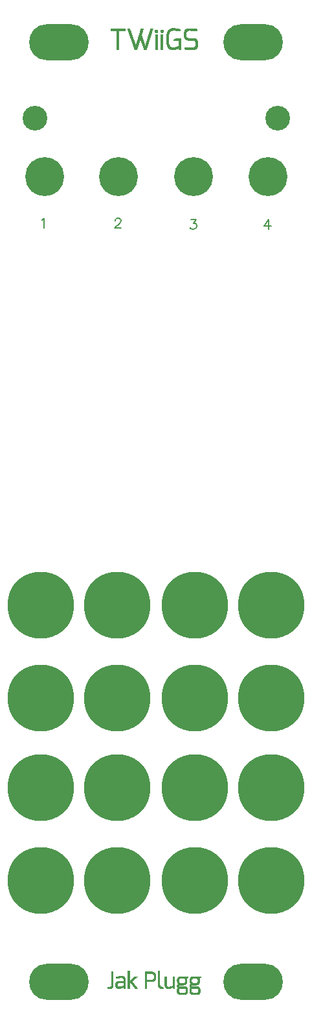
<source format=gts>
G04 DipTrace 3.2.0.1*
G04 twiigs_panel.GTS*
%MOIN*%
G04 #@! TF.FileFunction,Soldermask,Top*
G04 #@! TF.Part,Single*
%ADD12C,0.001*%
%ADD21C,0.127*%
%ADD22C,0.2*%
%ADD27O,0.307213X0.185165*%
%ADD29C,0.342646*%
%ADD32C,0.00772*%
%FSLAX26Y26*%
G04*
G70*
G90*
G75*
G01*
G04 TopMask*
%LPD*%
D21*
X564000Y4944000D3*
X1814000D3*
D22*
X1382750Y4644000D3*
X614000D3*
X995250D3*
X1764000D3*
D29*
X1389000Y1508000D3*
X989000Y1031000D3*
X595000D3*
Y1508000D3*
X989000D3*
X1389000Y1031000D3*
X1783000Y1508000D3*
X989000Y1969000D3*
X595000D3*
D27*
X1689000Y512058D3*
X689000D3*
D29*
X1783000Y1031000D3*
D27*
X689000Y5334892D3*
X1689000D3*
D29*
X595000Y2444000D3*
X989000D3*
X1783000D3*
Y1969000D3*
X1389000Y2444000D3*
Y1969000D3*
X1269883Y5405948D2*
D12*
X1281883D1*
X955883Y5404948D2*
X1029883D1*
X1040883D2*
X1051883D1*
X1110883D2*
X1121883D1*
X1159883D2*
X1170883D1*
X1266157D2*
X1291234D1*
X1350883D2*
X1375883D1*
X955883Y5403948D2*
X1029883D1*
X1041229D2*
X1052229D1*
X1110384D2*
X1121729D1*
X1159541D2*
X1170541D1*
X1263001D2*
X1299192D1*
X1348084D2*
X1384078D1*
X955883Y5402948D2*
X1029883D1*
X1041562D2*
X1052562D1*
X1109968D2*
X1121477D1*
X1159240D2*
X1170240D1*
X1260415D2*
X1305028D1*
X1345538D2*
X1391293D1*
X955883Y5401948D2*
X1029883D1*
X1041879D2*
X1052879D1*
X1109583D2*
X1121183D1*
X1159015D2*
X1170015D1*
X1258290D2*
X1309276D1*
X1343369D2*
X1397883D1*
X955883Y5400948D2*
X1029883D1*
X1042220D2*
X1053220D1*
X1109258D2*
X1120880D1*
X1158790D2*
X1169790D1*
X1256573D2*
X1310876D1*
X1341613D2*
X1397883D1*
X955883Y5399948D2*
X1029883D1*
X1042556D2*
X1053556D1*
X1109023D2*
X1120548D1*
X1158502D2*
X1169502D1*
X1255188D2*
X1311522D1*
X1340205D2*
X1397883D1*
X955883Y5398948D2*
X1029883D1*
X1042876D2*
X1053880D1*
X1108793D2*
X1120245D1*
X1158192D2*
X1169192D1*
X1183883D2*
X1194883D1*
X1212883D2*
X1223883D1*
X1254007D2*
X1311722D1*
X1339018D2*
X1397883D1*
X955883Y5397948D2*
X1029883D1*
X1043219D2*
X1054254D1*
X1108503D2*
X1120018D1*
X1157884D2*
X1168884D1*
X1183422D2*
X1195345D1*
X1212422D2*
X1224345D1*
X1252934D2*
X1311820D1*
X1337972D2*
X1397883D1*
X955883Y5396948D2*
X1029883D1*
X1043555D2*
X1054683D1*
X1108193D2*
X1119791D1*
X1157545D2*
X1168545D1*
X1183134D2*
X1195632D1*
X1212134D2*
X1224632D1*
X1251939D2*
X1311860D1*
X1337072D2*
X1397883D1*
X955883Y5395948D2*
X1029883D1*
X1043876D2*
X1055119D1*
X1107884D2*
X1119503D1*
X1157210D2*
X1168210D1*
X1182989D2*
X1195777D1*
X1211989D2*
X1224777D1*
X1251060D2*
X1311875D1*
X1336338D2*
X1397883D1*
X955883Y5394948D2*
X1029883D1*
X1044219D2*
X1055510D1*
X1107545D2*
X1119193D1*
X1156891D2*
X1167891D1*
X1182925D2*
X1195842D1*
X1211925D2*
X1224842D1*
X1250330D2*
X1270160D1*
X1289883D2*
X1311881D1*
X1335753D2*
X1355481D1*
X1363883D2*
X1397883D1*
X986883Y5393948D2*
X996883D1*
X1044555D2*
X1055857D1*
X1107210D2*
X1118884D1*
X1156548D2*
X1167548D1*
X1182899D2*
X1195868D1*
X1211899D2*
X1224868D1*
X1249717D2*
X1266874D1*
X1307883D2*
X1311883D1*
X1335297D2*
X1351800D1*
X1388883D2*
X1397883D1*
X986883Y5392948D2*
X996883D1*
X1044879D2*
X1056212D1*
X1106891D2*
X1118549D1*
X1156211D2*
X1167211D1*
X1182889D2*
X1195878D1*
X1211889D2*
X1224878D1*
X1249165D2*
X1264224D1*
X1334924D2*
X1349090D1*
X986883Y5391948D2*
X996883D1*
X1045254D2*
X1056553D1*
X1106551D2*
X1118245D1*
X1155891D2*
X1166891D1*
X1182885D2*
X1195881D1*
X1211885D2*
X1224881D1*
X1248646D2*
X1262151D1*
X1334564D2*
X1347252D1*
X986883Y5390948D2*
X996883D1*
X1045683D2*
X1056875D1*
X1106246D2*
X1118018D1*
X1155552D2*
X1166548D1*
X1182884D2*
X1195883D1*
X1211884D2*
X1224883D1*
X1248137D2*
X1260533D1*
X1334251D2*
X1345999D1*
X986883Y5389948D2*
X996883D1*
X1046119D2*
X1057218D1*
X1106018D2*
X1117791D1*
X1155246D2*
X1166211D1*
X1182883D2*
X1195879D1*
X1211883D2*
X1224879D1*
X1247635D2*
X1259318D1*
X1334020D2*
X1345089D1*
X986883Y5388948D2*
X996883D1*
X1046510D2*
X1057555D1*
X1105791D2*
X1117503D1*
X1155018D2*
X1165891D1*
X1182891D2*
X1195840D1*
X1211891D2*
X1224840D1*
X1247137D2*
X1258402D1*
X1333792D2*
X1344450D1*
X986883Y5387948D2*
X996883D1*
X1046857D2*
X1057876D1*
X1105503D2*
X1117193D1*
X1154791D2*
X1165552D1*
X1182967D2*
X1195674D1*
X1211967D2*
X1224674D1*
X1246669D2*
X1257630D1*
X1333507D2*
X1343988D1*
X986883Y5386948D2*
X996883D1*
X1047212D2*
X1058219D1*
X1105193D2*
X1116884D1*
X1154503D2*
X1165246D1*
X1183149D2*
X1195272D1*
X1212149D2*
X1224272D1*
X1246264D2*
X1256941D1*
X1333232D2*
X1343589D1*
X986883Y5385948D2*
X996883D1*
X1047553D2*
X1058555D1*
X1104884D2*
X1116545D1*
X1154193D2*
X1165018D1*
X1183928D2*
X1194632D1*
X1212928D2*
X1223632D1*
X1245912D2*
X1256394D1*
X1333050D2*
X1343264D1*
X986883Y5384948D2*
X996883D1*
X1047875D2*
X1058876D1*
X1104545D2*
X1116210D1*
X1153884D2*
X1164791D1*
X1184883D2*
X1193883D1*
X1213883D2*
X1222883D1*
X1245556D2*
X1255968D1*
X1332955D2*
X1343062D1*
X986883Y5383948D2*
X996883D1*
X1048218D2*
X1059219D1*
X1104210D2*
X1115891D1*
X1153545D2*
X1164503D1*
X1245214D2*
X1255578D1*
X1332912D2*
X1342959D1*
X986883Y5382948D2*
X996883D1*
X1048555D2*
X1059555D1*
X1103891D2*
X1115551D1*
X1153210D2*
X1164193D1*
X1244892D2*
X1255222D1*
X1332894D2*
X1342913D1*
X986883Y5381948D2*
X996883D1*
X1048876D2*
X1059879D1*
X1103551D2*
X1115246D1*
X1152891D2*
X1163884D1*
X1244552D2*
X1254895D1*
X1332887D2*
X1342894D1*
X986883Y5380948D2*
X996883D1*
X1049219D2*
X1060254D1*
X1103246D2*
X1115018D1*
X1152548D2*
X1163545D1*
X1244246D2*
X1254549D1*
X1332885D2*
X1342887D1*
X986883Y5379948D2*
X996883D1*
X1049555D2*
X1060683D1*
X1103018D2*
X1114791D1*
X1152211D2*
X1163210D1*
X1244018D2*
X1254212D1*
X1332884D2*
X1342885D1*
X986883Y5378948D2*
X996883D1*
X1049876D2*
X1061119D1*
X1102791D2*
X1114503D1*
X1151891D2*
X1162891D1*
X1243791D2*
X1253891D1*
X1332883D2*
X1342884D1*
X986883Y5377948D2*
X996883D1*
X1050219D2*
X1061510D1*
X1102503D2*
X1114193D1*
X1151552D2*
X1162548D1*
X1243507D2*
X1253552D1*
X1332883D2*
X1342883D1*
X986883Y5376948D2*
X996883D1*
X1050555D2*
X1061857D1*
X1102193D2*
X1113884D1*
X1151246D2*
X1162211D1*
X1243232D2*
X1253250D1*
X1332883D2*
X1342883D1*
X986883Y5375948D2*
X996883D1*
X1050876D2*
X1062212D1*
X1101884D2*
X1113549D1*
X1151018D2*
X1161891D1*
X1243050D2*
X1253057D1*
X1332883D2*
X1342883D1*
X986883Y5374948D2*
X996883D1*
X1051219D2*
X1062553D1*
X1101545D2*
X1113245D1*
X1150791D2*
X1161548D1*
X1183883D2*
X1193883D1*
X1212883D2*
X1222883D1*
X1242951D2*
X1252954D1*
X1332883D2*
X1342883D1*
X986883Y5373948D2*
X996883D1*
X1051555D2*
X1062875D1*
X1101210D2*
X1113018D1*
X1150503D2*
X1161211D1*
X1183883D2*
X1193883D1*
X1212883D2*
X1222883D1*
X1242873D2*
X1252874D1*
X1332883D2*
X1342883D1*
X986883Y5372948D2*
X996883D1*
X1051879D2*
X1063218D1*
X1100891D2*
X1112795D1*
X1150193D2*
X1160891D1*
X1183883D2*
X1193883D1*
X1212883D2*
X1222883D1*
X1242727D2*
X1252728D1*
X1332883D2*
X1342883D1*
X986883Y5371948D2*
X996883D1*
X1052254D2*
X1063555D1*
X1100551D2*
X1112546D1*
X1149884D2*
X1160552D1*
X1183883D2*
X1193883D1*
X1212883D2*
X1222883D1*
X1242481D2*
X1252481D1*
X1332883D2*
X1342883D1*
X986883Y5370948D2*
X996883D1*
X1052683D2*
X1063876D1*
X1100246D2*
X1112402D1*
X1149545D2*
X1160246D1*
X1183883D2*
X1193883D1*
X1212883D2*
X1222883D1*
X1242222D2*
X1252222D1*
X1332883D2*
X1342883D1*
X986883Y5369948D2*
X996883D1*
X1053119D2*
X1064219D1*
X1100018D2*
X1112495D1*
X1149210D2*
X1160018D1*
X1183883D2*
X1193883D1*
X1212883D2*
X1222883D1*
X1242047D2*
X1252047D1*
X1332883D2*
X1342883D1*
X986883Y5368948D2*
X996883D1*
X1053510D2*
X1064555D1*
X1099791D2*
X1112784D1*
X1148891D2*
X1159791D1*
X1183883D2*
X1193883D1*
X1212883D2*
X1222883D1*
X1241954D2*
X1251954D1*
X1332883D2*
X1342883D1*
X986883Y5367948D2*
X996883D1*
X1053857D2*
X1064876D1*
X1099503D2*
X1113158D1*
X1148548D2*
X1159503D1*
X1183883D2*
X1193883D1*
X1212883D2*
X1222883D1*
X1241911D2*
X1251911D1*
X1332883D2*
X1342883D1*
X986883Y5366948D2*
X996883D1*
X1054212D2*
X1065219D1*
X1099193D2*
X1113525D1*
X1148211D2*
X1159193D1*
X1183883D2*
X1193883D1*
X1212883D2*
X1222883D1*
X1241894D2*
X1251894D1*
X1332883D2*
X1342887D1*
X986883Y5365948D2*
X996883D1*
X1054553D2*
X1065555D1*
X1098884D2*
X1113862D1*
X1147891D2*
X1158884D1*
X1183883D2*
X1193883D1*
X1212883D2*
X1222883D1*
X1241887D2*
X1251887D1*
X1332883D2*
X1342922D1*
X986883Y5364948D2*
X996883D1*
X1054875D2*
X1065879D1*
X1098545D2*
X1114213D1*
X1147552D2*
X1158545D1*
X1183883D2*
X1193883D1*
X1212883D2*
X1222883D1*
X1241884D2*
X1251884D1*
X1332887D2*
X1343050D1*
X986883Y5363948D2*
X996883D1*
X1055218D2*
X1066254D1*
X1098210D2*
X1114553D1*
X1147246D2*
X1158210D1*
X1183883D2*
X1193883D1*
X1212883D2*
X1222883D1*
X1241880D2*
X1251884D1*
X1332922D2*
X1343293D1*
X986883Y5362948D2*
X996883D1*
X1055555D2*
X1066683D1*
X1097891D2*
X1114875D1*
X1147018D2*
X1157891D1*
X1183883D2*
X1193883D1*
X1212883D2*
X1222883D1*
X1241844D2*
X1251883D1*
X1333050D2*
X1343589D1*
X986883Y5361948D2*
X996883D1*
X1055876D2*
X1067119D1*
X1097551D2*
X1115219D1*
X1146791D2*
X1157548D1*
X1183883D2*
X1193883D1*
X1212883D2*
X1222883D1*
X1241717D2*
X1251879D1*
X1333293D2*
X1343929D1*
X986883Y5360948D2*
X996883D1*
X1056219D2*
X1067510D1*
X1097246D2*
X1115555D1*
X1146503D2*
X1157211D1*
X1183883D2*
X1193883D1*
X1212883D2*
X1222883D1*
X1241477D2*
X1251844D1*
X1333585D2*
X1344432D1*
X986883Y5359948D2*
X996883D1*
X1056555D2*
X1067857D1*
X1097018D2*
X1115876D1*
X1146193D2*
X1156891D1*
X1183883D2*
X1193883D1*
X1212883D2*
X1222883D1*
X1241221D2*
X1251717D1*
X1333887D2*
X1345184D1*
X986883Y5358948D2*
X996883D1*
X1056876D2*
X1068212D1*
X1096791D2*
X1116219D1*
X1145884D2*
X1156548D1*
X1183883D2*
X1193883D1*
X1212883D2*
X1222883D1*
X1241046D2*
X1251477D1*
X1334223D2*
X1346283D1*
X986883Y5357948D2*
X996883D1*
X1057219D2*
X1068553D1*
X1096503D2*
X1116555D1*
X1145545D2*
X1156211D1*
X1183883D2*
X1193883D1*
X1212883D2*
X1222883D1*
X1240954D2*
X1251221D1*
X1334557D2*
X1347958D1*
X986883Y5356948D2*
X996883D1*
X1057555D2*
X1068875D1*
X1096193D2*
X1116876D1*
X1145210D2*
X1155891D1*
X1183883D2*
X1193883D1*
X1212883D2*
X1222883D1*
X1240911D2*
X1251046D1*
X1334880D2*
X1350398D1*
X986883Y5355948D2*
X996883D1*
X1057879D2*
X1069218D1*
X1095884D2*
X1117219D1*
X1144891D2*
X1155552D1*
X1183883D2*
X1193883D1*
X1212883D2*
X1222883D1*
X1240894D2*
X1250954D1*
X1335258D2*
X1353496D1*
X986883Y5354948D2*
X996883D1*
X1058254D2*
X1069555D1*
X1095545D2*
X1117555D1*
X1144548D2*
X1155246D1*
X1183883D2*
X1193883D1*
X1212883D2*
X1222883D1*
X1240887D2*
X1250911D1*
X1335726D2*
X1385883D1*
X986883Y5353948D2*
X996883D1*
X1058683D2*
X1069876D1*
X1095210D2*
X1117879D1*
X1144211D2*
X1155018D1*
X1183883D2*
X1193883D1*
X1212883D2*
X1222883D1*
X1240884D2*
X1250894D1*
X1293883D2*
X1314883D1*
X1336325D2*
X1388303D1*
X986883Y5352948D2*
X996883D1*
X1059119D2*
X1070219D1*
X1094891D2*
X1118254D1*
X1143891D2*
X1154791D1*
X1183883D2*
X1193883D1*
X1212883D2*
X1222883D1*
X1240884D2*
X1250887D1*
X1289128D2*
X1314883D1*
X1337087D2*
X1390423D1*
X986883Y5351948D2*
X996883D1*
X1059510D2*
X1070555D1*
X1094551D2*
X1118683D1*
X1143552D2*
X1154503D1*
X1183883D2*
X1193883D1*
X1212883D2*
X1222883D1*
X1240883D2*
X1250884D1*
X1285222D2*
X1314883D1*
X1337972D2*
X1392162D1*
X986883Y5350948D2*
X996883D1*
X1059857D2*
X1070876D1*
X1094246D2*
X1105729D1*
X1108038D2*
X1119119D1*
X1143246D2*
X1154193D1*
X1183883D2*
X1193883D1*
X1212883D2*
X1222883D1*
X1240883D2*
X1250884D1*
X1282116D2*
X1314883D1*
X1338959D2*
X1393564D1*
X986883Y5349948D2*
X996883D1*
X1060212D2*
X1071219D1*
X1094018D2*
X1105477D1*
X1108290D2*
X1119510D1*
X1143018D2*
X1153884D1*
X1183883D2*
X1193883D1*
X1212883D2*
X1222883D1*
X1240883D2*
X1250883D1*
X1280772D2*
X1314883D1*
X1340109D2*
X1394749D1*
X986883Y5348948D2*
X996883D1*
X1060553D2*
X1071555D1*
X1093791D2*
X1105183D1*
X1108584D2*
X1119857D1*
X1142791D2*
X1153545D1*
X1183883D2*
X1193883D1*
X1212883D2*
X1222883D1*
X1240883D2*
X1250883D1*
X1280296D2*
X1314883D1*
X1341558D2*
X1395795D1*
X986883Y5347948D2*
X996883D1*
X1060875D2*
X1071879D1*
X1093503D2*
X1104880D1*
X1108886D2*
X1120212D1*
X1142503D2*
X1153210D1*
X1183883D2*
X1193883D1*
X1212883D2*
X1222883D1*
X1240883D2*
X1250887D1*
X1280052D2*
X1314883D1*
X1343498D2*
X1396695D1*
X986883Y5346948D2*
X996883D1*
X1061218D2*
X1072254D1*
X1093193D2*
X1104544D1*
X1109223D2*
X1120553D1*
X1142193D2*
X1152891D1*
X1183883D2*
X1193883D1*
X1212883D2*
X1222883D1*
X1240883D2*
X1250922D1*
X1279947D2*
X1314883D1*
X1346199D2*
X1397432D1*
X986883Y5345948D2*
X996883D1*
X1061555D2*
X1072683D1*
X1092884D2*
X1104210D1*
X1109557D2*
X1120875D1*
X1141884D2*
X1152548D1*
X1183883D2*
X1193883D1*
X1212883D2*
X1222883D1*
X1240887D2*
X1251050D1*
X1279906D2*
X1314883D1*
X1349791D2*
X1398048D1*
X986883Y5344948D2*
X996883D1*
X1061876D2*
X1073119D1*
X1092545D2*
X1103890D1*
X1109880D2*
X1121218D1*
X1141545D2*
X1152211D1*
X1183883D2*
X1193883D1*
X1212883D2*
X1222883D1*
X1240922D2*
X1251289D1*
X1279891D2*
X1314883D1*
X1353883D2*
X1398597D1*
X986883Y5343948D2*
X996883D1*
X1062219D2*
X1073510D1*
X1092210D2*
X1103548D1*
X1110254D2*
X1121555D1*
X1141210D2*
X1151891D1*
X1183883D2*
X1193883D1*
X1212883D2*
X1222883D1*
X1241050D2*
X1251546D1*
X1279883D2*
X1314883D1*
X1384687D2*
X1399085D1*
X986883Y5342948D2*
X996883D1*
X1062555D2*
X1073857D1*
X1091891D2*
X1103211D1*
X1110683D2*
X1121876D1*
X1140891D2*
X1151548D1*
X1183883D2*
X1193883D1*
X1212883D2*
X1222883D1*
X1241289D2*
X1251720D1*
X1304883D2*
X1314883D1*
X1386268D2*
X1399498D1*
X986883Y5341948D2*
X996883D1*
X1062876D2*
X1074212D1*
X1091551D2*
X1102891D1*
X1111119D2*
X1122219D1*
X1140548D2*
X1151211D1*
X1183883D2*
X1193883D1*
X1212883D2*
X1222883D1*
X1241546D2*
X1251813D1*
X1304883D2*
X1314883D1*
X1387567D2*
X1399853D1*
X986883Y5340948D2*
X996883D1*
X1063219D2*
X1074553D1*
X1091246D2*
X1102548D1*
X1111510D2*
X1122555D1*
X1140211D2*
X1150891D1*
X1183883D2*
X1193883D1*
X1212883D2*
X1222883D1*
X1241720D2*
X1251855D1*
X1304883D2*
X1314883D1*
X1388598D2*
X1400206D1*
X986883Y5339948D2*
X996883D1*
X1063555D2*
X1074875D1*
X1091018D2*
X1102211D1*
X1111857D2*
X1122879D1*
X1139891D2*
X1150552D1*
X1183883D2*
X1193883D1*
X1212883D2*
X1222883D1*
X1241813D2*
X1251873D1*
X1304883D2*
X1314883D1*
X1389390D2*
X1400513D1*
X986883Y5338948D2*
X996883D1*
X1063876D2*
X1075218D1*
X1090791D2*
X1101891D1*
X1112212D2*
X1123254D1*
X1139552D2*
X1150246D1*
X1183883D2*
X1193883D1*
X1212883D2*
X1222883D1*
X1241855D2*
X1251879D1*
X1304883D2*
X1314883D1*
X1389995D2*
X1400708D1*
X986883Y5337948D2*
X996883D1*
X1064219D2*
X1075555D1*
X1090503D2*
X1101548D1*
X1112553D2*
X1123683D1*
X1139246D2*
X1150018D1*
X1183883D2*
X1193883D1*
X1212883D2*
X1222883D1*
X1241873D2*
X1251882D1*
X1304883D2*
X1314883D1*
X1390425D2*
X1400812D1*
X986883Y5336948D2*
X996883D1*
X1064555D2*
X1075876D1*
X1090193D2*
X1101211D1*
X1112875D2*
X1124119D1*
X1139018D2*
X1149791D1*
X1183883D2*
X1193883D1*
X1212883D2*
X1222883D1*
X1241879D2*
X1251883D1*
X1304883D2*
X1314883D1*
X1390678D2*
X1400893D1*
X986883Y5335948D2*
X996883D1*
X1064879D2*
X1076219D1*
X1089884D2*
X1100891D1*
X1113218D2*
X1124510D1*
X1138791D2*
X1149503D1*
X1183883D2*
X1193883D1*
X1212883D2*
X1222883D1*
X1241882D2*
X1251887D1*
X1304883D2*
X1314883D1*
X1390835D2*
X1401039D1*
X986883Y5334948D2*
X996883D1*
X1065254D2*
X1076555D1*
X1089545D2*
X1100552D1*
X1113555D2*
X1124857D1*
X1138503D2*
X1149193D1*
X1183883D2*
X1193883D1*
X1212883D2*
X1222883D1*
X1241883D2*
X1251922D1*
X1304883D2*
X1314883D1*
X1391016D2*
X1401285D1*
X986883Y5333948D2*
X996883D1*
X1065683D2*
X1076876D1*
X1089210D2*
X1100246D1*
X1113879D2*
X1125212D1*
X1138193D2*
X1148884D1*
X1183883D2*
X1193883D1*
X1212883D2*
X1222883D1*
X1241883D2*
X1252050D1*
X1304883D2*
X1314883D1*
X1391277D2*
X1401544D1*
X986883Y5332948D2*
X996883D1*
X1066119D2*
X1077219D1*
X1088891D2*
X1100018D1*
X1114254D2*
X1125553D1*
X1137884D2*
X1148545D1*
X1183883D2*
X1193883D1*
X1212883D2*
X1222883D1*
X1241887D2*
X1252289D1*
X1304883D2*
X1314883D1*
X1391541D2*
X1401720D1*
X986883Y5331948D2*
X996883D1*
X1066510D2*
X1077555D1*
X1088551D2*
X1099791D1*
X1114683D2*
X1125875D1*
X1137545D2*
X1148210D1*
X1183883D2*
X1193883D1*
X1212883D2*
X1222883D1*
X1241922D2*
X1252546D1*
X1304883D2*
X1314883D1*
X1391719D2*
X1401813D1*
X986883Y5330948D2*
X996883D1*
X1066857D2*
X1077879D1*
X1088246D2*
X1099503D1*
X1115119D2*
X1126218D1*
X1137210D2*
X1147891D1*
X1183883D2*
X1193883D1*
X1212883D2*
X1222883D1*
X1242050D2*
X1252720D1*
X1304883D2*
X1314883D1*
X1391812D2*
X1401855D1*
X986883Y5329948D2*
X996883D1*
X1067212D2*
X1078254D1*
X1088018D2*
X1099193D1*
X1115510D2*
X1126555D1*
X1136891D2*
X1147548D1*
X1183883D2*
X1193883D1*
X1212883D2*
X1222883D1*
X1242289D2*
X1252817D1*
X1304883D2*
X1314883D1*
X1391855D2*
X1401873D1*
X986883Y5328948D2*
X996883D1*
X1067553D2*
X1078683D1*
X1087791D2*
X1098884D1*
X1115857D2*
X1126876D1*
X1136548D2*
X1147211D1*
X1183883D2*
X1193883D1*
X1212883D2*
X1222883D1*
X1242546D2*
X1252894D1*
X1304883D2*
X1314883D1*
X1391873D2*
X1401879D1*
X986883Y5327948D2*
X996883D1*
X1067875D2*
X1079119D1*
X1087503D2*
X1098545D1*
X1116212D2*
X1127219D1*
X1136211D2*
X1146891D1*
X1183883D2*
X1193883D1*
X1212883D2*
X1222883D1*
X1242724D2*
X1253039D1*
X1304883D2*
X1314883D1*
X1391879D2*
X1401882D1*
X986883Y5326948D2*
X996883D1*
X1068218D2*
X1079510D1*
X1087193D2*
X1098210D1*
X1116553D2*
X1127555D1*
X1135891D2*
X1146548D1*
X1183883D2*
X1193883D1*
X1212883D2*
X1222883D1*
X1242852D2*
X1253285D1*
X1304883D2*
X1314883D1*
X1391882D2*
X1401883D1*
X986883Y5325948D2*
X996883D1*
X1068555D2*
X1079857D1*
X1086884D2*
X1097891D1*
X1116875D2*
X1127876D1*
X1135552D2*
X1146211D1*
X1183883D2*
X1193883D1*
X1212883D2*
X1222883D1*
X1243022D2*
X1253548D1*
X1304883D2*
X1314883D1*
X1391883D2*
X1401883D1*
X986883Y5324948D2*
X996883D1*
X1068876D2*
X1080212D1*
X1086545D2*
X1097548D1*
X1117218D2*
X1128219D1*
X1135246D2*
X1145891D1*
X1183883D2*
X1193883D1*
X1212883D2*
X1222883D1*
X1243279D2*
X1253759D1*
X1304883D2*
X1314883D1*
X1391883D2*
X1401883D1*
X986883Y5323948D2*
X996883D1*
X1069219D2*
X1080553D1*
X1086210D2*
X1097211D1*
X1117555D2*
X1128555D1*
X1135018D2*
X1145552D1*
X1183883D2*
X1193883D1*
X1212883D2*
X1222883D1*
X1243546D2*
X1253979D1*
X1304883D2*
X1314883D1*
X1391883D2*
X1401883D1*
X986883Y5322948D2*
X996883D1*
X1069555D2*
X1080875D1*
X1085891D2*
X1096891D1*
X1117879D2*
X1128879D1*
X1134791D2*
X1145246D1*
X1183883D2*
X1193883D1*
X1212883D2*
X1222883D1*
X1243758D2*
X1254265D1*
X1304883D2*
X1314883D1*
X1391883D2*
X1401883D1*
X986883Y5321948D2*
X996883D1*
X1069876D2*
X1081218D1*
X1085551D2*
X1096548D1*
X1118254D2*
X1129254D1*
X1134503D2*
X1145018D1*
X1183883D2*
X1193883D1*
X1212883D2*
X1222883D1*
X1243979D2*
X1254574D1*
X1304883D2*
X1314883D1*
X1391879D2*
X1401883D1*
X986883Y5320948D2*
X996883D1*
X1070219D2*
X1081563D1*
X1085246D2*
X1096211D1*
X1118683D2*
X1129683D1*
X1134193D2*
X1144791D1*
X1183883D2*
X1193883D1*
X1212883D2*
X1222883D1*
X1244265D2*
X1254887D1*
X1304883D2*
X1314883D1*
X1391844D2*
X1401883D1*
X986883Y5319948D2*
X996883D1*
X1070555D2*
X1081960D1*
X1085015D2*
X1095891D1*
X1119119D2*
X1130119D1*
X1133880D2*
X1144503D1*
X1183883D2*
X1193883D1*
X1212883D2*
X1222883D1*
X1244574D2*
X1255257D1*
X1304883D2*
X1314883D1*
X1391717D2*
X1401879D1*
X986883Y5318948D2*
X996883D1*
X1070876D2*
X1082484D1*
X1084761D2*
X1095548D1*
X1119510D2*
X1130513D1*
X1133507D2*
X1144193D1*
X1183883D2*
X1193883D1*
X1212883D2*
X1222883D1*
X1244883D2*
X1255688D1*
X1304883D2*
X1314883D1*
X1391477D2*
X1401844D1*
X986883Y5317948D2*
X996883D1*
X1071219D2*
X1083612D1*
X1084372D2*
X1095211D1*
X1119857D2*
X1130888D1*
X1133050D2*
X1143884D1*
X1183883D2*
X1193883D1*
X1212883D2*
X1222883D1*
X1245221D2*
X1256158D1*
X1304879D2*
X1314883D1*
X1391217D2*
X1401717D1*
X986883Y5316948D2*
X996883D1*
X1071555D2*
X1094891D1*
X1120212D2*
X1131347D1*
X1132500D2*
X1143545D1*
X1183883D2*
X1193883D1*
X1212883D2*
X1222883D1*
X1245556D2*
X1256681D1*
X1304832D2*
X1314883D1*
X1391003D2*
X1401477D1*
X986883Y5315948D2*
X996883D1*
X1071879D2*
X1094548D1*
X1120553D2*
X1143210D1*
X1183883D2*
X1193883D1*
X1212883D2*
X1222883D1*
X1245880D2*
X1257306D1*
X1304715D2*
X1314883D1*
X1390748D2*
X1401221D1*
X986883Y5314948D2*
X996883D1*
X1072254D2*
X1094211D1*
X1120879D2*
X1142891D1*
X1183883D2*
X1193883D1*
X1212883D2*
X1222883D1*
X1246254D2*
X1258080D1*
X1304088D2*
X1314883D1*
X1390335D2*
X1401042D1*
X986883Y5313948D2*
X996883D1*
X1072683D2*
X1093891D1*
X1121254D2*
X1142548D1*
X1183883D2*
X1193883D1*
X1212883D2*
X1222883D1*
X1246687D2*
X1258970D1*
X1302430D2*
X1314883D1*
X1389778D2*
X1400915D1*
X986883Y5312948D2*
X996883D1*
X1073119D2*
X1093548D1*
X1121683D2*
X1142211D1*
X1183883D2*
X1193883D1*
X1212883D2*
X1222883D1*
X1247154D2*
X1259959D1*
X1300185D2*
X1314883D1*
X1389135D2*
X1400745D1*
X986883Y5311948D2*
X996883D1*
X1073510D2*
X1093211D1*
X1122119D2*
X1141891D1*
X1183883D2*
X1193883D1*
X1212883D2*
X1222883D1*
X1247642D2*
X1261112D1*
X1297400D2*
X1314883D1*
X1388289D2*
X1400484D1*
X986883Y5310948D2*
X996883D1*
X1073857D2*
X1092891D1*
X1122510D2*
X1141548D1*
X1183883D2*
X1193883D1*
X1212883D2*
X1222883D1*
X1248140D2*
X1262632D1*
X1294078D2*
X1314883D1*
X1387046D2*
X1400185D1*
X986883Y5309948D2*
X996883D1*
X1074212D2*
X1092548D1*
X1122857D2*
X1141211D1*
X1183883D2*
X1193883D1*
X1212883D2*
X1222883D1*
X1248674D2*
X1265043D1*
X1289896D2*
X1314883D1*
X1385320D2*
X1399877D1*
X986883Y5308948D2*
X996883D1*
X1074553D2*
X1092211D1*
X1123212D2*
X1140891D1*
X1183883D2*
X1193883D1*
X1212883D2*
X1222883D1*
X1249304D2*
X1269383D1*
X1283982D2*
X1314883D1*
X1383127D2*
X1399505D1*
X986883Y5307948D2*
X996883D1*
X1074875D2*
X1091891D1*
X1123553D2*
X1140552D1*
X1183883D2*
X1193883D1*
X1212883D2*
X1222883D1*
X1250079D2*
X1276349D1*
X1275664D2*
X1314883D1*
X1335883D2*
X1344883D1*
X1380580D2*
X1399043D1*
X986883Y5306948D2*
X996883D1*
X1075218D2*
X1091548D1*
X1123875D2*
X1140246D1*
X1183883D2*
X1193883D1*
X1212883D2*
X1222883D1*
X1250966D2*
X1314883D1*
X1335883D2*
X1398481D1*
X986883Y5305948D2*
X996883D1*
X1075555D2*
X1091211D1*
X1124218D2*
X1140018D1*
X1183883D2*
X1193883D1*
X1212883D2*
X1222883D1*
X1251915D2*
X1314883D1*
X1335883D2*
X1397842D1*
X986883Y5304948D2*
X996883D1*
X1075876D2*
X1090891D1*
X1124555D2*
X1139791D1*
X1183883D2*
X1193883D1*
X1212883D2*
X1222883D1*
X1252899D2*
X1314883D1*
X1335883D2*
X1397165D1*
X986883Y5303948D2*
X996883D1*
X1076219D2*
X1090548D1*
X1124879D2*
X1139503D1*
X1183883D2*
X1193883D1*
X1212883D2*
X1222883D1*
X1253930D2*
X1302845D1*
X1305038D2*
X1314883D1*
X1335883D2*
X1396342D1*
X986883Y5302948D2*
X996883D1*
X1076555D2*
X1090211D1*
X1125254D2*
X1139193D1*
X1183883D2*
X1193883D1*
X1212883D2*
X1222883D1*
X1255094D2*
X1300713D1*
X1305290D2*
X1314883D1*
X1335883D2*
X1395259D1*
X986883Y5301948D2*
X996883D1*
X1076876D2*
X1089891D1*
X1125683D2*
X1138884D1*
X1183883D2*
X1193883D1*
X1212883D2*
X1222883D1*
X1256503D2*
X1298430D1*
X1305584D2*
X1314883D1*
X1335883D2*
X1393933D1*
X986883Y5300948D2*
X996883D1*
X1077215D2*
X1089551D1*
X1126115D2*
X1138549D1*
X1183883D2*
X1193883D1*
X1212883D2*
X1222883D1*
X1258216D2*
X1295957D1*
X1305887D2*
X1314883D1*
X1335883D2*
X1392355D1*
X986883Y5299948D2*
X996883D1*
X1077519D2*
X1089247D1*
X1126474D2*
X1138247D1*
X1183883D2*
X1193883D1*
X1212883D2*
X1222883D1*
X1260333D2*
X1293096D1*
X1306228D2*
X1314883D1*
X1335883D2*
X1390414D1*
X986883Y5298948D2*
X996883D1*
X1077728D2*
X1089039D1*
X1126710D2*
X1138039D1*
X1183883D2*
X1193883D1*
X1212883D2*
X1222883D1*
X1263129D2*
X1289475D1*
X1306570D2*
X1314883D1*
X1343671D2*
X1387985D1*
X986883Y5297948D2*
X996883D1*
X1077883D2*
X1088883D1*
X1126883D2*
X1137883D1*
X1183883D2*
X1193883D1*
X1212883D2*
X1222883D1*
X1266765D2*
X1284937D1*
X1306883D2*
X1314883D1*
X1352095D2*
X1385061D1*
X1270883Y5296948D2*
X1279883D1*
X1360883D2*
X1381883D1*
X1042841Y568948D2*
X1050841D1*
X1198841D2*
X1206841D1*
X1042841Y567948D2*
X1050841D1*
X1198841D2*
X1206841D1*
X1042841Y566948D2*
X1050841D1*
X1198841D2*
X1206841D1*
X1042841Y565948D2*
X1050841D1*
X1198841D2*
X1206841D1*
X1042841Y564948D2*
X1050841D1*
X1198841D2*
X1206841D1*
X1042841Y563948D2*
X1050841D1*
X1198841D2*
X1206841D1*
X959841Y562948D2*
X966841D1*
X1042841D2*
X1050841D1*
X1130841D2*
X1168841D1*
X1198841D2*
X1206841D1*
X959841Y561948D2*
X966841D1*
X1042841D2*
X1050841D1*
X1130841D2*
X1172184D1*
X1198841D2*
X1206841D1*
X959841Y560948D2*
X966841D1*
X1042841D2*
X1050841D1*
X1130841D2*
X1174878D1*
X1198841D2*
X1206841D1*
X959841Y559948D2*
X966841D1*
X1042841D2*
X1050841D1*
X1130841D2*
X1176908D1*
X1198841D2*
X1206841D1*
X959841Y558948D2*
X966841D1*
X1042841D2*
X1050841D1*
X1130841D2*
X1178435D1*
X1198841D2*
X1206841D1*
X959841Y557948D2*
X966841D1*
X1042841D2*
X1050841D1*
X1130841D2*
X1179642D1*
X1198841D2*
X1206841D1*
X959841Y556948D2*
X966841D1*
X1042841D2*
X1050841D1*
X1130841D2*
X1180610D1*
X1198841D2*
X1206841D1*
X959841Y555948D2*
X966841D1*
X1042841D2*
X1050841D1*
X1130841D2*
X1181374D1*
X1198841D2*
X1206841D1*
X959841Y554948D2*
X966841D1*
X1042841D2*
X1050841D1*
X1130841D2*
X1182001D1*
X1198841D2*
X1206841D1*
X959841Y553948D2*
X966841D1*
X1042841D2*
X1050841D1*
X1130841D2*
X1138841D1*
X1169799D2*
X1182557D1*
X1198841D2*
X1206841D1*
X959841Y552948D2*
X966841D1*
X1042841D2*
X1050841D1*
X1130841D2*
X1138841D1*
X1171628D2*
X1183078D1*
X1198841D2*
X1206841D1*
X959841Y551948D2*
X966841D1*
X1042841D2*
X1050841D1*
X1130841D2*
X1138841D1*
X1173187D2*
X1183583D1*
X1198841D2*
X1206841D1*
X959841Y550948D2*
X966841D1*
X1042841D2*
X1050841D1*
X1130841D2*
X1138841D1*
X1174393D2*
X1184050D1*
X1198841D2*
X1206841D1*
X959841Y549948D2*
X966841D1*
X1042841D2*
X1050841D1*
X1130841D2*
X1138841D1*
X1175278D2*
X1184425D1*
X1198841D2*
X1206841D1*
X959841Y548948D2*
X966841D1*
X1042841D2*
X1050841D1*
X1130841D2*
X1138841D1*
X1175925D2*
X1184685D1*
X1198841D2*
X1206841D1*
X959841Y547948D2*
X966841D1*
X1042841D2*
X1050841D1*
X1130841D2*
X1138841D1*
X1176377D2*
X1184925D1*
X1198841D2*
X1206841D1*
X959841Y546948D2*
X966841D1*
X1042841D2*
X1050841D1*
X1130841D2*
X1138841D1*
X1176667D2*
X1185215D1*
X1198841D2*
X1206841D1*
X959841Y545948D2*
X966841D1*
X1042841D2*
X1050841D1*
X1130841D2*
X1138841D1*
X1176919D2*
X1185492D1*
X1198841D2*
X1206841D1*
X959841Y544948D2*
X966841D1*
X1042841D2*
X1050841D1*
X1130841D2*
X1138841D1*
X1177213D2*
X1185674D1*
X1198841D2*
X1206841D1*
X959841Y543948D2*
X966841D1*
X1042841D2*
X1050841D1*
X1130841D2*
X1138841D1*
X1177491D2*
X1185769D1*
X1198841D2*
X1206841D1*
X959841Y542948D2*
X966841D1*
X1042841D2*
X1050841D1*
X1130841D2*
X1138841D1*
X1177674D2*
X1185813D1*
X1198841D2*
X1206841D1*
X959841Y541948D2*
X966841D1*
X1042841D2*
X1050841D1*
X1130841D2*
X1138841D1*
X1177769D2*
X1185831D1*
X1198841D2*
X1206841D1*
X959841Y540948D2*
X966841D1*
X1042841D2*
X1050841D1*
X1130841D2*
X1138841D1*
X1177813D2*
X1185837D1*
X1198841D2*
X1206841D1*
X959841Y539948D2*
X966841D1*
X996841D2*
X1017841D1*
X1042841D2*
X1050841D1*
X1130841D2*
X1138841D1*
X1177831D2*
X1185840D1*
X1198841D2*
X1206841D1*
X959841Y538948D2*
X966841D1*
X991437D2*
X1019799D1*
X1042841D2*
X1050841D1*
X1079841D2*
X1090841D1*
X1130841D2*
X1138841D1*
X1177837D2*
X1185841D1*
X1198841D2*
X1206841D1*
X1232841D2*
X1240841D1*
X1274841D2*
X1282841D1*
X1309841D2*
X1352841D1*
X1374841D2*
X1417841D1*
X959841Y537948D2*
X966841D1*
X987195D2*
X1021628D1*
X1042841D2*
X1050841D1*
X1078687D2*
X1089841D1*
X1130841D2*
X1138841D1*
X1177840D2*
X1185841D1*
X1198841D2*
X1206841D1*
X1232841D2*
X1240841D1*
X1274841D2*
X1282841D1*
X1307883D2*
X1352841D1*
X1372883D2*
X1417841D1*
X959841Y536948D2*
X966841D1*
X983971D2*
X1023187D1*
X1042841D2*
X1050841D1*
X1077439D2*
X1088841D1*
X1130841D2*
X1138841D1*
X1177841D2*
X1185841D1*
X1198841D2*
X1206841D1*
X1232841D2*
X1240841D1*
X1274841D2*
X1282841D1*
X1306050D2*
X1352837D1*
X1371050D2*
X1417837D1*
X959841Y535948D2*
X966841D1*
X982675D2*
X1024397D1*
X1042841D2*
X1050841D1*
X1076180D2*
X1087841D1*
X1130841D2*
X1138841D1*
X1177841D2*
X1185841D1*
X1198841D2*
X1206841D1*
X1232841D2*
X1240841D1*
X1274841D2*
X1282841D1*
X1304461D2*
X1352783D1*
X1369461D2*
X1417783D1*
X959841Y534948D2*
X966841D1*
X982226D2*
X1025317D1*
X1042841D2*
X1050841D1*
X1075005D2*
X1086841D1*
X1130841D2*
X1138841D1*
X1177841D2*
X1185841D1*
X1198841D2*
X1206841D1*
X1232841D2*
X1240841D1*
X1274841D2*
X1282841D1*
X1303158D2*
X1352642D1*
X1368158D2*
X1417642D1*
X959841Y533948D2*
X966841D1*
X981997D2*
X1026092D1*
X1042841D2*
X1050841D1*
X1073912D2*
X1085841D1*
X1130841D2*
X1138841D1*
X1177841D2*
X1185841D1*
X1198841D2*
X1206841D1*
X1232841D2*
X1240841D1*
X1274841D2*
X1282841D1*
X1302122D2*
X1351804D1*
X1367122D2*
X1416804D1*
X959841Y532948D2*
X966841D1*
X981897D2*
X1026783D1*
X1042841D2*
X1050841D1*
X1072869D2*
X1084837D1*
X1130841D2*
X1138841D1*
X1177837D2*
X1185837D1*
X1198841D2*
X1206841D1*
X1232841D2*
X1240841D1*
X1274841D2*
X1282841D1*
X1301295D2*
X1349726D1*
X1366295D2*
X1414726D1*
X959841Y531948D2*
X966841D1*
X981841D2*
X997841D1*
X1014444D2*
X1027330D1*
X1042841D2*
X1050841D1*
X1071852D2*
X1083802D1*
X1130841D2*
X1138841D1*
X1177802D2*
X1185802D1*
X1198841D2*
X1206841D1*
X1232841D2*
X1240841D1*
X1274841D2*
X1282841D1*
X1300563D2*
X1347453D1*
X1365563D2*
X1412453D1*
X959841Y530948D2*
X966841D1*
X1016579D2*
X1027756D1*
X1042841D2*
X1050841D1*
X1070845D2*
X1082675D1*
X1130841D2*
X1138841D1*
X1177675D2*
X1185675D1*
X1198841D2*
X1206841D1*
X1232841D2*
X1240841D1*
X1274841D2*
X1282841D1*
X1299889D2*
X1314431D1*
X1330565D2*
X1345499D1*
X1364889D2*
X1379431D1*
X1395565D2*
X1410499D1*
X959841Y529948D2*
X966841D1*
X1018117D2*
X1028142D1*
X1042841D2*
X1050841D1*
X1069842D2*
X1081435D1*
X1130841D2*
X1138841D1*
X1177431D2*
X1185435D1*
X1198841D2*
X1206841D1*
X1232841D2*
X1240841D1*
X1274841D2*
X1282841D1*
X1299349D2*
X1311676D1*
X1332854D2*
X1343841D1*
X1364349D2*
X1376676D1*
X1397854D2*
X1408841D1*
X959841Y528948D2*
X966841D1*
X1019163D2*
X1028463D1*
X1042841D2*
X1050841D1*
X1068842D2*
X1080179D1*
X1130841D2*
X1138841D1*
X1177140D2*
X1185175D1*
X1198841D2*
X1206841D1*
X1232841D2*
X1240841D1*
X1274841D2*
X1282841D1*
X1298925D2*
X1309675D1*
X1334539D2*
X1344457D1*
X1363925D2*
X1374675D1*
X1399539D2*
X1409457D1*
X959841Y527948D2*
X966841D1*
X1019881D2*
X1028663D1*
X1042841D2*
X1050841D1*
X1067841D2*
X1079004D1*
X1130841D2*
X1138841D1*
X1176834D2*
X1184965D1*
X1198841D2*
X1206841D1*
X1232841D2*
X1240841D1*
X1274841D2*
X1282841D1*
X1298536D2*
X1308227D1*
X1335744D2*
X1344996D1*
X1363536D2*
X1373227D1*
X1400744D2*
X1409996D1*
X959841Y526948D2*
X966841D1*
X1020357D2*
X1028765D1*
X1042841D2*
X1050841D1*
X1066841D2*
X1077912D1*
X1130841D2*
X1138841D1*
X1176463D2*
X1184745D1*
X1198841D2*
X1206841D1*
X1232841D2*
X1240841D1*
X1274841D2*
X1282841D1*
X1298180D2*
X1307179D1*
X1336640D2*
X1345436D1*
X1363180D2*
X1372179D1*
X1401640D2*
X1410436D1*
X959841Y525948D2*
X966841D1*
X1020626D2*
X1028811D1*
X1042841D2*
X1050841D1*
X1065837D2*
X1076869D1*
X1130841D2*
X1138841D1*
X1175993D2*
X1184459D1*
X1198841D2*
X1206841D1*
X1232841D2*
X1240841D1*
X1274841D2*
X1282841D1*
X1297853D2*
X1306466D1*
X1337275D2*
X1345803D1*
X1362853D2*
X1371466D1*
X1402275D2*
X1410803D1*
X959841Y524948D2*
X966841D1*
X1020790D2*
X1028830D1*
X1042841D2*
X1050841D1*
X1064802D2*
X1075852D1*
X1130841D2*
X1138841D1*
X1175356D2*
X1184150D1*
X1198841D2*
X1206841D1*
X1232841D2*
X1240841D1*
X1274841D2*
X1282841D1*
X1297511D2*
X1305970D1*
X1337736D2*
X1346161D1*
X1362511D2*
X1370970D1*
X1402736D2*
X1411161D1*
X959841Y523948D2*
X966841D1*
X1020973D2*
X1028837D1*
X1042841D2*
X1050841D1*
X1063675D2*
X1074845D1*
X1130841D2*
X1138841D1*
X1174428D2*
X1183838D1*
X1198841D2*
X1206841D1*
X1232841D2*
X1240841D1*
X1274841D2*
X1282841D1*
X1297209D2*
X1305556D1*
X1338135D2*
X1346470D1*
X1362209D2*
X1370556D1*
X1403135D2*
X1411470D1*
X959841Y522948D2*
X966841D1*
X1021234D2*
X1028840D1*
X1042841D2*
X1050841D1*
X1062435D2*
X1073842D1*
X1130841D2*
X1138841D1*
X1173144D2*
X1183468D1*
X1198841D2*
X1206841D1*
X1232841D2*
X1240841D1*
X1274841D2*
X1282841D1*
X1297015D2*
X1305225D1*
X1338461D2*
X1346666D1*
X1362015D2*
X1370225D1*
X1403461D2*
X1411666D1*
X959841Y521948D2*
X966841D1*
X1021499D2*
X1028841D1*
X1042841D2*
X1050841D1*
X1061179D2*
X1072842D1*
X1130841D2*
X1138841D1*
X1171559D2*
X1183037D1*
X1198841D2*
X1206841D1*
X1232841D2*
X1240841D1*
X1274841D2*
X1282841D1*
X1296916D2*
X1305021D1*
X1338662D2*
X1346766D1*
X1361916D2*
X1370021D1*
X1403662D2*
X1411766D1*
X959841Y520948D2*
X966841D1*
X1021673D2*
X1028841D1*
X1042841D2*
X1050841D1*
X1059985D2*
X1071841D1*
X1130841D2*
X1182566D1*
X1198841D2*
X1206841D1*
X1232841D2*
X1240841D1*
X1274841D2*
X1282841D1*
X1296871D2*
X1304918D1*
X1338765D2*
X1346812D1*
X1361871D2*
X1369918D1*
X1403765D2*
X1411812D1*
X959841Y519948D2*
X966841D1*
X1021731D2*
X1028841D1*
X1042841D2*
X1050841D1*
X1058702D2*
X1070841D1*
X1130841D2*
X1182044D1*
X1198841D2*
X1206841D1*
X1232841D2*
X1240841D1*
X1274841D2*
X1282841D1*
X1296852D2*
X1304871D1*
X1338811D2*
X1346830D1*
X1361852D2*
X1369871D1*
X1403811D2*
X1411830D1*
X959841Y518948D2*
X966841D1*
X1021646D2*
X1028841D1*
X1042841D2*
X1050841D1*
X1056887D2*
X1069841D1*
X1130841D2*
X1181414D1*
X1198841D2*
X1206841D1*
X1232841D2*
X1240841D1*
X1274841D2*
X1282841D1*
X1296845D2*
X1304852D1*
X1338830D2*
X1346837D1*
X1361845D2*
X1369852D1*
X1403830D2*
X1411837D1*
X959841Y517948D2*
X966841D1*
X1021425D2*
X1028841D1*
X1042841D2*
X1050841D1*
X1054159D2*
X1068841D1*
X1130841D2*
X1180602D1*
X1198841D2*
X1206841D1*
X1232841D2*
X1240841D1*
X1274841D2*
X1282841D1*
X1296843D2*
X1304845D1*
X1338837D2*
X1346840D1*
X1361843D2*
X1369845D1*
X1403837D2*
X1411840D1*
X959841Y516948D2*
X966841D1*
X1021175D2*
X1028841D1*
X1042841D2*
X1067841D1*
X1130841D2*
X1179549D1*
X1198841D2*
X1206841D1*
X1232841D2*
X1240841D1*
X1274841D2*
X1282841D1*
X1296842D2*
X1304843D1*
X1338840D2*
X1346841D1*
X1361842D2*
X1369843D1*
X1403840D2*
X1411841D1*
X959841Y515948D2*
X966841D1*
X1021002D2*
X1028841D1*
X1042841D2*
X1066841D1*
X1130841D2*
X1178193D1*
X1198841D2*
X1206841D1*
X1232841D2*
X1240841D1*
X1274841D2*
X1282841D1*
X1296841D2*
X1304846D1*
X1338841D2*
X1346837D1*
X1361841D2*
X1369846D1*
X1403841D2*
X1411837D1*
X959841Y514948D2*
X966841D1*
X1020905D2*
X1028841D1*
X1042841D2*
X1065841D1*
X1130841D2*
X1176552D1*
X1198841D2*
X1206841D1*
X1232841D2*
X1240841D1*
X1274841D2*
X1282841D1*
X1296845D2*
X1304880D1*
X1338837D2*
X1346802D1*
X1361845D2*
X1369880D1*
X1403837D2*
X1411802D1*
X959841Y513948D2*
X966841D1*
X988841D2*
X1028841D1*
X1042841D2*
X1064841D1*
X1130841D2*
X1138841D1*
X1144841D2*
X1174731D1*
X1198841D2*
X1206841D1*
X1232841D2*
X1240841D1*
X1274841D2*
X1282841D1*
X1296880D2*
X1305008D1*
X1338802D2*
X1346675D1*
X1361880D2*
X1370008D1*
X1403802D2*
X1411675D1*
X959841Y512948D2*
X966841D1*
X987229D2*
X1028841D1*
X1042841D2*
X1063841D1*
X1130841D2*
X1138841D1*
X1155841D2*
X1172841D1*
X1198841D2*
X1206841D1*
X1232841D2*
X1240841D1*
X1274841D2*
X1282841D1*
X1297008D2*
X1305251D1*
X1338671D2*
X1346435D1*
X1362008D2*
X1370251D1*
X1403671D2*
X1411435D1*
X959841Y511948D2*
X966841D1*
X985729D2*
X1028841D1*
X1042841D2*
X1064687D1*
X1130841D2*
X1138841D1*
X1198841D2*
X1206841D1*
X1232841D2*
X1240841D1*
X1274841D2*
X1282841D1*
X1297247D2*
X1305543D1*
X1338396D2*
X1346175D1*
X1362247D2*
X1370543D1*
X1403396D2*
X1411175D1*
X959841Y510948D2*
X966841D1*
X984452D2*
X1028841D1*
X1042841D2*
X1065439D1*
X1130841D2*
X1138841D1*
X1198841D2*
X1206841D1*
X1232841D2*
X1240841D1*
X1274841D2*
X1282841D1*
X1297508D2*
X1305848D1*
X1338008D2*
X1345965D1*
X1362508D2*
X1370848D1*
X1403008D2*
X1410965D1*
X959841Y509948D2*
X966841D1*
X983456D2*
X1028841D1*
X1042841D2*
X1066180D1*
X1130841D2*
X1138841D1*
X1198841D2*
X1206841D1*
X1232841D2*
X1240841D1*
X1274841D2*
X1282841D1*
X1297717D2*
X1306220D1*
X1337555D2*
X1345745D1*
X1362717D2*
X1371220D1*
X1402555D2*
X1410745D1*
X959841Y508948D2*
X966841D1*
X982632D2*
X1028841D1*
X1042841D2*
X1067001D1*
X1130841D2*
X1138841D1*
X1198841D2*
X1206841D1*
X1232841D2*
X1240841D1*
X1274841D2*
X1282841D1*
X1297941D2*
X1306685D1*
X1337040D2*
X1345459D1*
X1362941D2*
X1371685D1*
X1402040D2*
X1410459D1*
X959841Y507948D2*
X966841D1*
X981917D2*
X1018841D1*
X1020841D2*
X1028841D1*
X1042841D2*
X1050841D1*
X1056837D2*
X1067873D1*
X1130841D2*
X1138841D1*
X1198841D2*
X1206841D1*
X1232841D2*
X1240841D1*
X1274841D2*
X1282841D1*
X1298258D2*
X1307291D1*
X1336409D2*
X1345150D1*
X1363258D2*
X1372291D1*
X1401409D2*
X1410150D1*
X959841Y506948D2*
X966841D1*
X981360D2*
X1004841D1*
X1020841D2*
X1028841D1*
X1042841D2*
X1050841D1*
X1057802D2*
X1068703D1*
X1130841D2*
X1138841D1*
X1198841D2*
X1206841D1*
X1232841D2*
X1240841D1*
X1274841D2*
X1282841D1*
X1298664D2*
X1308131D1*
X1335558D2*
X1344838D1*
X1363664D2*
X1373131D1*
X1400558D2*
X1409838D1*
X959841Y505948D2*
X966841D1*
X980929D2*
X993038D1*
X1020841D2*
X1028841D1*
X1042841D2*
X1050841D1*
X1058675D2*
X1069446D1*
X1130841D2*
X1138841D1*
X1198841D2*
X1206841D1*
X1232841D2*
X1240841D1*
X1274841D2*
X1282841D1*
X1299123D2*
X1309345D1*
X1334340D2*
X1344468D1*
X1364123D2*
X1374345D1*
X1399340D2*
X1409468D1*
X959841Y504948D2*
X966841D1*
X980541D2*
X991457D1*
X1020841D2*
X1028841D1*
X1042841D2*
X1050841D1*
X1059435D2*
X1070179D1*
X1130841D2*
X1138841D1*
X1198841D2*
X1206841D1*
X1232841D2*
X1240841D1*
X1274841D2*
X1282841D1*
X1299641D2*
X1311098D1*
X1332585D2*
X1344037D1*
X1364641D2*
X1376098D1*
X1397585D2*
X1409037D1*
X959841Y503948D2*
X966841D1*
X980220D2*
X990161D1*
X1020841D2*
X1028841D1*
X1042841D2*
X1050841D1*
X1060179D2*
X1070967D1*
X1130841D2*
X1138841D1*
X1198841D2*
X1206841D1*
X1232841D2*
X1240841D1*
X1274841D2*
X1282841D1*
X1300265D2*
X1313355D1*
X1330328D2*
X1343566D1*
X1365265D2*
X1378355D1*
X1395328D2*
X1408566D1*
X959841Y502948D2*
X966841D1*
X980019D2*
X989165D1*
X1020841D2*
X1028841D1*
X1042841D2*
X1050841D1*
X1061000D2*
X1071746D1*
X1130841D2*
X1138841D1*
X1198841D2*
X1206841D1*
X1232841D2*
X1240841D1*
X1274841D2*
X1282841D1*
X1301037D2*
X1343044D1*
X1366037D2*
X1408044D1*
X959841Y501948D2*
X966841D1*
X979917D2*
X988389D1*
X1020841D2*
X1028841D1*
X1042841D2*
X1050841D1*
X1061873D2*
X1072463D1*
X1130841D2*
X1138841D1*
X1198841D2*
X1206841D1*
X1232841D2*
X1240841D1*
X1274841D2*
X1282841D1*
X1301917D2*
X1342418D1*
X1366917D2*
X1407418D1*
X959841Y500948D2*
X966841D1*
X979871D2*
X988107D1*
X1020841D2*
X1028841D1*
X1042841D2*
X1050841D1*
X1062703D2*
X1073185D1*
X1130841D2*
X1138841D1*
X1198841D2*
X1206841D1*
X1232841D2*
X1240841D1*
X1274841D2*
X1282841D1*
X1302841D2*
X1341641D1*
X1367841D2*
X1406641D1*
X959841Y499948D2*
X966841D1*
X979852D2*
X987955D1*
X1020841D2*
X1028841D1*
X1042841D2*
X1050841D1*
X1063446D2*
X1073969D1*
X1130841D2*
X1138841D1*
X1198841D2*
X1206841D1*
X1232841D2*
X1240841D1*
X1274841D2*
X1282841D1*
X1301537D2*
X1340715D1*
X1366537D2*
X1405715D1*
X959841Y498948D2*
X966841D1*
X979845D2*
X987886D1*
X1020841D2*
X1028841D1*
X1042841D2*
X1050841D1*
X1064183D2*
X1074746D1*
X1130841D2*
X1138841D1*
X1198841D2*
X1206841D1*
X1232841D2*
X1240841D1*
X1274841D2*
X1282841D1*
X1300372D2*
X1339588D1*
X1365372D2*
X1404588D1*
X959837Y497948D2*
X966841D1*
X979843D2*
X987858D1*
X1020841D2*
X1028841D1*
X1042841D2*
X1050841D1*
X1065002D2*
X1075464D1*
X1130841D2*
X1138841D1*
X1198845D2*
X1206841D1*
X1232841D2*
X1240841D1*
X1274841D2*
X1282841D1*
X1299457D2*
X1338088D1*
X1364457D2*
X1403088D1*
X959802Y496948D2*
X966841D1*
X979842D2*
X987847D1*
X1020841D2*
X1028841D1*
X1042841D2*
X1050841D1*
X1065873D2*
X1076189D1*
X1130841D2*
X1138841D1*
X1198880D2*
X1206845D1*
X1232841D2*
X1240841D1*
X1274841D2*
X1282841D1*
X1298747D2*
X1335971D1*
X1363747D2*
X1400971D1*
X959675Y495948D2*
X966841D1*
X979841D2*
X987843D1*
X1020841D2*
X1028841D1*
X1042841D2*
X1050841D1*
X1066703D2*
X1077004D1*
X1130841D2*
X1138841D1*
X1199008D2*
X1206880D1*
X1232841D2*
X1240841D1*
X1274841D2*
X1282841D1*
X1298156D2*
X1333119D1*
X1363156D2*
X1398119D1*
X959435Y494948D2*
X966841D1*
X979841D2*
X987842D1*
X1020837D2*
X1028841D1*
X1042841D2*
X1050841D1*
X1067446D2*
X1077874D1*
X1130841D2*
X1138841D1*
X1199247D2*
X1207008D1*
X1232845D2*
X1240845D1*
X1274837D2*
X1282841D1*
X1297653D2*
X1329841D1*
X1362653D2*
X1394841D1*
X959175Y493948D2*
X966841D1*
X979841D2*
X987841D1*
X1020790D2*
X1028841D1*
X1042841D2*
X1050841D1*
X1068183D2*
X1078703D1*
X1130841D2*
X1138841D1*
X1199504D2*
X1207251D1*
X1232880D2*
X1240880D1*
X1274794D2*
X1282841D1*
X1297269D2*
X1306038D1*
X1362269D2*
X1371038D1*
X958965Y492948D2*
X966841D1*
X979841D2*
X987841D1*
X1020673D2*
X1028841D1*
X1042841D2*
X1050841D1*
X1069002D2*
X1079446D1*
X1130841D2*
X1138841D1*
X1199678D2*
X1207543D1*
X1233008D2*
X1241012D1*
X1274689D2*
X1282841D1*
X1297039D2*
X1305453D1*
X1362039D2*
X1370453D1*
X958741Y491948D2*
X966841D1*
X979841D2*
X987845D1*
X1020046D2*
X1028841D1*
X1042841D2*
X1050841D1*
X1069873D2*
X1080179D1*
X1130841D2*
X1138841D1*
X1199775D2*
X1207848D1*
X1233251D2*
X1241290D1*
X1274167D2*
X1282841D1*
X1296925D2*
X1305126D1*
X1361925D2*
X1370126D1*
X958424Y490948D2*
X966837D1*
X979845D2*
X987884D1*
X1018350D2*
X1028841D1*
X1042841D2*
X1050841D1*
X1070703D2*
X1080967D1*
X1130841D2*
X1138841D1*
X1199852D2*
X1208224D1*
X1233543D2*
X1241713D1*
X1272825D2*
X1282841D1*
X1296874D2*
X1304949D1*
X1361874D2*
X1369949D1*
X958015Y489948D2*
X966802D1*
X979880D2*
X988051D1*
X1015973D2*
X1028841D1*
X1042841D2*
X1050841D1*
X1071446D2*
X1081746D1*
X1130841D2*
X1138841D1*
X1199997D2*
X1208732D1*
X1233848D2*
X1242297D1*
X1271008D2*
X1282841D1*
X1296857D2*
X1305141D1*
X1361857D2*
X1370141D1*
X957516Y488948D2*
X966675D1*
X980008D2*
X988363D1*
X1012878D2*
X1028841D1*
X1042841D2*
X1050841D1*
X1072183D2*
X1082463D1*
X1130841D2*
X1138841D1*
X1200247D2*
X1209377D1*
X1234216D2*
X1243092D1*
X1268770D2*
X1282841D1*
X1296885D2*
X1306040D1*
X1361885D2*
X1371040D1*
X956796Y487948D2*
X966431D1*
X980251D2*
X989191D1*
X1008873D2*
X1028841D1*
X1042841D2*
X1050841D1*
X1073002D2*
X1083189D1*
X1130841D2*
X1138841D1*
X1200541D2*
X1210872D1*
X1234646D2*
X1244137D1*
X1266120D2*
X1282841D1*
X1297013D2*
X1307339D1*
X1362013D2*
X1372339D1*
X955808Y486948D2*
X966140D1*
X980547D2*
X991648D1*
X1003309D2*
X1028841D1*
X1042841D2*
X1050841D1*
X1073873D2*
X1084004D1*
X1130841D2*
X1138841D1*
X1200848D2*
X1213007D1*
X1235116D2*
X1245487D1*
X1263001D2*
X1282841D1*
X1297287D2*
X1338841D1*
X1362287D2*
X1403841D1*
X952696Y485948D2*
X965834D1*
X980884D2*
X995709D1*
X995690D2*
X1028841D1*
X1042841D2*
X1050841D1*
X1074703D2*
X1084874D1*
X1130841D2*
X1138841D1*
X1201220D2*
X1215747D1*
X1235639D2*
X1247104D1*
X1259503D2*
X1282841D1*
X1297678D2*
X1340915D1*
X1362678D2*
X1405915D1*
X937841Y484948D2*
X942841D1*
X947838D2*
X965463D1*
X981347D2*
X1028841D1*
X1042841D2*
X1050841D1*
X1075446D2*
X1085703D1*
X1130841D2*
X1138841D1*
X1201685D2*
X1218618D1*
X1236264D2*
X1282841D1*
X1298162D2*
X1342702D1*
X1363162D2*
X1407702D1*
X937691Y483948D2*
X964997D1*
X981925D2*
X1019034D1*
X1021879D2*
X1028841D1*
X1042841D2*
X1050841D1*
X1076183D2*
X1086446D1*
X1130841D2*
X1138841D1*
X1202283D2*
X1220965D1*
X1237038D2*
X1272996D1*
X1274683D2*
X1282841D1*
X1298762D2*
X1344124D1*
X1363762D2*
X1409124D1*
X937482Y482948D2*
X964396D1*
X982543D2*
X1016410D1*
X1022007D2*
X1028841D1*
X1042841D2*
X1050841D1*
X1077002D2*
X1087179D1*
X1130841D2*
X1138841D1*
X1203049D2*
X1222730D1*
X1237924D2*
X1271244D1*
X1275396D2*
X1282841D1*
X1299423D2*
X1345185D1*
X1364423D2*
X1410185D1*
X937290Y481948D2*
X963595D1*
X983262D2*
X1013909D1*
X1022251D2*
X1028841D1*
X1042841D2*
X1050841D1*
X1077873D2*
X1087967D1*
X1130841D2*
X1138841D1*
X1203970D2*
X1223413D1*
X1238878D2*
X1269499D1*
X1275974D2*
X1282841D1*
X1300040D2*
X1346035D1*
X1365040D2*
X1411035D1*
X937511Y480948D2*
X962535D1*
X984233D2*
X1011332D1*
X1022546D2*
X1028841D1*
X1042841D2*
X1050841D1*
X1078702D2*
X1088745D1*
X1130841D2*
X1138841D1*
X1205084D2*
X1223645D1*
X1239900D2*
X1267635D1*
X1276431D2*
X1282841D1*
X1300156D2*
X1346760D1*
X1365156D2*
X1411760D1*
X938285Y479948D2*
X961067D1*
X985574D2*
X1008523D1*
X1022875D2*
X1028841D1*
X1042841D2*
X1050841D1*
X1079437D2*
X1089454D1*
X1130841D2*
X1138841D1*
X1206465D2*
X1223762D1*
X1241097D2*
X1265561D1*
X1276831D2*
X1282841D1*
X1299851D2*
X1347321D1*
X1364851D2*
X1412321D1*
X940125Y478948D2*
X958963D1*
X987344D2*
X1005350D1*
X1023315D2*
X1028841D1*
X1042841D2*
X1050841D1*
X1080132D2*
X1090138D1*
X1130841D2*
X1138841D1*
X1208097D2*
X1223813D1*
X1242651D2*
X1263202D1*
X1277300D2*
X1282841D1*
X1299375D2*
X1303841D1*
X1307841D2*
X1347753D1*
X1364375D2*
X1368841D1*
X1372841D2*
X1412753D1*
X942744Y477948D2*
X956116D1*
X989496D2*
X1001728D1*
X1023841D2*
X1028841D1*
X1042841D2*
X1050841D1*
X1080841D2*
X1090841D1*
X1130841D2*
X1138841D1*
X1209841D2*
X1223841D1*
X1244631D2*
X1260580D1*
X1277841D2*
X1282841D1*
X1298784D2*
X1303841D1*
X1338799D2*
X1348141D1*
X1363784D2*
X1368841D1*
X1403799D2*
X1413141D1*
X945841Y476948D2*
X952841D1*
X991841D2*
X997841D1*
X1246841D2*
X1257841D1*
X1298196D2*
X1303841D1*
X1339636D2*
X1348463D1*
X1363196D2*
X1368841D1*
X1404636D2*
X1413463D1*
X1297677Y475948D2*
X1303841D1*
X1340265D2*
X1348663D1*
X1362677D2*
X1368841D1*
X1405265D2*
X1413663D1*
X1297280Y474948D2*
X1303841D1*
X1340730D2*
X1348765D1*
X1362280D2*
X1368841D1*
X1405730D2*
X1413765D1*
X1297044Y473948D2*
X1303841D1*
X1341133D2*
X1348811D1*
X1362044D2*
X1368841D1*
X1406133D2*
X1413811D1*
X1296926Y472948D2*
X1303841D1*
X1341459D2*
X1348830D1*
X1361926D2*
X1368841D1*
X1406459D2*
X1413830D1*
X1296874Y471948D2*
X1303841D1*
X1341662D2*
X1348837D1*
X1361874D2*
X1368841D1*
X1406662D2*
X1413837D1*
X1296853Y470948D2*
X1303841D1*
X1341765D2*
X1348840D1*
X1361853D2*
X1368841D1*
X1406765D2*
X1413840D1*
X1296846Y469948D2*
X1303841D1*
X1341811D2*
X1348841D1*
X1361846D2*
X1368841D1*
X1406811D2*
X1413841D1*
X1296843Y468948D2*
X1303841D1*
X1341830D2*
X1348841D1*
X1361843D2*
X1368841D1*
X1406830D2*
X1413841D1*
X1296842Y467948D2*
X1303841D1*
X1341837D2*
X1348841D1*
X1361842D2*
X1368841D1*
X1406837D2*
X1413841D1*
X1296841Y466948D2*
X1303841D1*
X1341840D2*
X1348841D1*
X1361841D2*
X1368841D1*
X1406840D2*
X1413841D1*
X1296841Y465948D2*
X1303841D1*
X1341841D2*
X1348841D1*
X1361841D2*
X1368841D1*
X1406841D2*
X1413841D1*
X1296841Y464948D2*
X1303845D1*
X1341837D2*
X1348841D1*
X1361841D2*
X1368845D1*
X1406837D2*
X1413841D1*
X1296841Y463948D2*
X1303880D1*
X1341802D2*
X1348841D1*
X1361841D2*
X1368880D1*
X1406802D2*
X1413841D1*
X1296841Y462948D2*
X1304008D1*
X1341675D2*
X1348841D1*
X1361841D2*
X1369008D1*
X1406675D2*
X1413841D1*
X1296841Y461948D2*
X1304251D1*
X1341431D2*
X1348841D1*
X1361841D2*
X1369251D1*
X1406431D2*
X1413841D1*
X1296841Y460948D2*
X1304547D1*
X1341140D2*
X1348841D1*
X1361841D2*
X1369547D1*
X1406140D2*
X1413841D1*
X1296845Y459948D2*
X1304887D1*
X1340830D2*
X1348837D1*
X1361845D2*
X1369887D1*
X1405830D2*
X1413837D1*
X1296880Y458948D2*
X1305394D1*
X1340420D2*
X1348802D1*
X1361880D2*
X1370394D1*
X1405420D2*
X1413802D1*
X1297012Y457948D2*
X1306177D1*
X1339788D2*
X1348671D1*
X1362012D2*
X1371177D1*
X1404788D2*
X1413671D1*
X1297286Y456948D2*
X1307364D1*
X1338784D2*
X1348396D1*
X1362286D2*
X1372364D1*
X1403784D2*
X1413396D1*
X1297674Y455948D2*
X1309105D1*
X1337362D2*
X1348008D1*
X1362674D2*
X1374105D1*
X1402362D2*
X1413008D1*
X1298127Y454948D2*
X1311358D1*
X1335657D2*
X1347559D1*
X1363127D2*
X1376358D1*
X1400657D2*
X1412559D1*
X1298643Y453948D2*
X1347079D1*
X1363643D2*
X1412079D1*
X1299269Y452948D2*
X1346580D1*
X1364269D2*
X1411580D1*
X1300077Y451948D2*
X1346011D1*
X1365077D2*
X1411011D1*
X1301098Y450948D2*
X1345246D1*
X1366098D2*
X1410246D1*
X1302373Y449948D2*
X1344150D1*
X1367373D2*
X1409150D1*
X1304018Y448948D2*
X1342636D1*
X1369018D2*
X1407636D1*
X1306299Y447948D2*
X1340551D1*
X1371299D2*
X1405551D1*
X1309357Y446948D2*
X1337854D1*
X1374357D2*
X1402854D1*
X1312841Y445948D2*
X1334841D1*
X1377841D2*
X1399841D1*
X1269883Y5405948D2*
X1266157Y5404948D1*
X1263001Y5403948D1*
X1260415Y5402948D1*
X1258290Y5401948D1*
X1256573Y5400948D1*
X1255188Y5399948D1*
X1254007Y5398948D1*
X1252934Y5397948D1*
X1251939Y5396948D1*
X1251060Y5395948D1*
X1250330Y5394948D1*
X1249717Y5393948D1*
X1249165Y5392948D1*
X1248646Y5391948D1*
X1248137Y5390948D1*
X1247635Y5389948D1*
X1247137Y5388948D1*
X1246669Y5387948D1*
X1246264Y5386948D1*
X1245912Y5385948D1*
X1245556Y5384948D1*
X1245214Y5383948D1*
X1244892Y5382948D1*
X1244552Y5381948D1*
X1244246Y5380948D1*
X1244018Y5379948D1*
X1243791Y5378948D1*
X1243507Y5377948D1*
X1243232Y5376948D1*
X1243050Y5375948D1*
X1242951Y5374948D1*
X1242873Y5373948D1*
X1242727Y5372948D1*
X1242481Y5371948D1*
X1242222Y5370948D1*
X1242047Y5369948D1*
X1241954Y5368948D1*
X1241911Y5367948D1*
X1241894Y5366948D1*
X1241887Y5365948D1*
X1241884Y5364948D1*
X1241880Y5363948D1*
X1241844Y5362948D1*
X1241717Y5361948D1*
X1241477Y5360948D1*
X1241221Y5359948D1*
X1241046Y5358948D1*
X1240954Y5357948D1*
X1240911Y5356948D1*
X1240894Y5355948D1*
X1240887Y5354948D1*
X1240884Y5353948D1*
Y5352948D1*
X1240883Y5351948D1*
Y5350948D1*
Y5349948D1*
Y5348948D1*
Y5347948D1*
Y5346948D1*
X1240887Y5345948D1*
X1240922Y5344948D1*
X1241050Y5343948D1*
X1241289Y5342948D1*
X1241546Y5341948D1*
X1241720Y5340948D1*
X1241813Y5339948D1*
X1241855Y5338948D1*
X1241873Y5337948D1*
X1241879Y5336948D1*
X1241882Y5335948D1*
X1241883Y5334948D1*
Y5333948D1*
X1241887Y5332948D1*
X1241922Y5331948D1*
X1242050Y5330948D1*
X1242289Y5329948D1*
X1242546Y5328948D1*
X1242724Y5327948D1*
X1242852Y5326948D1*
X1243022Y5325948D1*
X1243279Y5324948D1*
X1243546Y5323948D1*
X1243758Y5322948D1*
X1243979Y5321948D1*
X1244265Y5320948D1*
X1244574Y5319948D1*
X1244883Y5318948D1*
X1245221Y5317948D1*
X1245556Y5316948D1*
X1245880Y5315948D1*
X1246254Y5314948D1*
X1246687Y5313948D1*
X1247154Y5312948D1*
X1247642Y5311948D1*
X1248140Y5310948D1*
X1248674Y5309948D1*
X1249304Y5308948D1*
X1250079Y5307948D1*
X1250966Y5306948D1*
X1251915Y5305948D1*
X1252899Y5304948D1*
X1253930Y5303948D1*
X1255094Y5302948D1*
X1256503Y5301948D1*
X1258216Y5300948D1*
X1260333Y5299948D1*
X1263129Y5298948D1*
X1266765Y5297948D1*
X1270883Y5296948D1*
X1281883Y5405948D2*
X1291234Y5404948D1*
X1299192Y5403948D1*
X1305028Y5402948D1*
X1309276Y5401948D1*
X1310876Y5400948D1*
X1311522Y5399948D1*
X1311722Y5398948D1*
X1311820Y5397948D1*
X1311860Y5396948D1*
X1311875Y5395948D1*
X1311881Y5394948D1*
X1311883Y5393948D1*
X955883Y5404948D2*
Y5403948D1*
Y5402948D1*
Y5401948D1*
Y5400948D1*
Y5399948D1*
Y5398948D1*
Y5397948D1*
Y5396948D1*
Y5395948D1*
Y5394948D1*
X1029883Y5404948D2*
Y5403948D1*
Y5402948D1*
Y5401948D1*
Y5400948D1*
Y5399948D1*
Y5398948D1*
Y5397948D1*
Y5396948D1*
Y5395948D1*
Y5394948D1*
X1040883Y5404948D2*
X1041229Y5403948D1*
X1041562Y5402948D1*
X1041879Y5401948D1*
X1042220Y5400948D1*
X1042556Y5399948D1*
X1042876Y5398948D1*
X1043219Y5397948D1*
X1043555Y5396948D1*
X1043876Y5395948D1*
X1044219Y5394948D1*
X1044555Y5393948D1*
X1044879Y5392948D1*
X1045254Y5391948D1*
X1045683Y5390948D1*
X1046119Y5389948D1*
X1046510Y5388948D1*
X1046857Y5387948D1*
X1047212Y5386948D1*
X1047553Y5385948D1*
X1047875Y5384948D1*
X1048218Y5383948D1*
X1048555Y5382948D1*
X1048876Y5381948D1*
X1049219Y5380948D1*
X1049555Y5379948D1*
X1049876Y5378948D1*
X1050219Y5377948D1*
X1050555Y5376948D1*
X1050876Y5375948D1*
X1051219Y5374948D1*
X1051555Y5373948D1*
X1051879Y5372948D1*
X1052254Y5371948D1*
X1052683Y5370948D1*
X1053119Y5369948D1*
X1053510Y5368948D1*
X1053857Y5367948D1*
X1054212Y5366948D1*
X1054553Y5365948D1*
X1054875Y5364948D1*
X1055218Y5363948D1*
X1055555Y5362948D1*
X1055876Y5361948D1*
X1056219Y5360948D1*
X1056555Y5359948D1*
X1056876Y5358948D1*
X1057219Y5357948D1*
X1057555Y5356948D1*
X1057879Y5355948D1*
X1058254Y5354948D1*
X1058683Y5353948D1*
X1059119Y5352948D1*
X1059510Y5351948D1*
X1059857Y5350948D1*
X1060212Y5349948D1*
X1060553Y5348948D1*
X1060875Y5347948D1*
X1061218Y5346948D1*
X1061555Y5345948D1*
X1061876Y5344948D1*
X1062219Y5343948D1*
X1062555Y5342948D1*
X1062876Y5341948D1*
X1063219Y5340948D1*
X1063555Y5339948D1*
X1063876Y5338948D1*
X1064219Y5337948D1*
X1064555Y5336948D1*
X1064879Y5335948D1*
X1065254Y5334948D1*
X1065683Y5333948D1*
X1066119Y5332948D1*
X1066510Y5331948D1*
X1066857Y5330948D1*
X1067212Y5329948D1*
X1067553Y5328948D1*
X1067875Y5327948D1*
X1068218Y5326948D1*
X1068555Y5325948D1*
X1068876Y5324948D1*
X1069219Y5323948D1*
X1069555Y5322948D1*
X1069876Y5321948D1*
X1070219Y5320948D1*
X1070555Y5319948D1*
X1070876Y5318948D1*
X1071219Y5317948D1*
X1071555Y5316948D1*
X1071879Y5315948D1*
X1072254Y5314948D1*
X1072683Y5313948D1*
X1073119Y5312948D1*
X1073510Y5311948D1*
X1073857Y5310948D1*
X1074212Y5309948D1*
X1074553Y5308948D1*
X1074875Y5307948D1*
X1075218Y5306948D1*
X1075555Y5305948D1*
X1075876Y5304948D1*
X1076219Y5303948D1*
X1076555Y5302948D1*
X1076876Y5301948D1*
X1077215Y5300948D1*
X1077519Y5299948D1*
X1077728Y5298948D1*
X1077883Y5297948D1*
X1051883Y5404948D2*
X1052229Y5403948D1*
X1052562Y5402948D1*
X1052879Y5401948D1*
X1053220Y5400948D1*
X1053556Y5399948D1*
X1053880Y5398948D1*
X1054254Y5397948D1*
X1054683Y5396948D1*
X1055119Y5395948D1*
X1055510Y5394948D1*
X1055857Y5393948D1*
X1056212Y5392948D1*
X1056553Y5391948D1*
X1056875Y5390948D1*
X1057218Y5389948D1*
X1057555Y5388948D1*
X1057876Y5387948D1*
X1058219Y5386948D1*
X1058555Y5385948D1*
X1058876Y5384948D1*
X1059219Y5383948D1*
X1059555Y5382948D1*
X1059879Y5381948D1*
X1060254Y5380948D1*
X1060683Y5379948D1*
X1061119Y5378948D1*
X1061510Y5377948D1*
X1061857Y5376948D1*
X1062212Y5375948D1*
X1062553Y5374948D1*
X1062875Y5373948D1*
X1063218Y5372948D1*
X1063555Y5371948D1*
X1063876Y5370948D1*
X1064219Y5369948D1*
X1064555Y5368948D1*
X1064876Y5367948D1*
X1065219Y5366948D1*
X1065555Y5365948D1*
X1065879Y5364948D1*
X1066254Y5363948D1*
X1066683Y5362948D1*
X1067119Y5361948D1*
X1067510Y5360948D1*
X1067857Y5359948D1*
X1068212Y5358948D1*
X1068553Y5357948D1*
X1068875Y5356948D1*
X1069218Y5355948D1*
X1069555Y5354948D1*
X1069876Y5353948D1*
X1070219Y5352948D1*
X1070555Y5351948D1*
X1070876Y5350948D1*
X1071219Y5349948D1*
X1071555Y5348948D1*
X1071879Y5347948D1*
X1072254Y5346948D1*
X1072683Y5345948D1*
X1073119Y5344948D1*
X1073510Y5343948D1*
X1073857Y5342948D1*
X1074212Y5341948D1*
X1074553Y5340948D1*
X1074875Y5339948D1*
X1075218Y5338948D1*
X1075555Y5337948D1*
X1075876Y5336948D1*
X1076219Y5335948D1*
X1076555Y5334948D1*
X1076876Y5333948D1*
X1077219Y5332948D1*
X1077555Y5331948D1*
X1077879Y5330948D1*
X1078254Y5329948D1*
X1078683Y5328948D1*
X1079119Y5327948D1*
X1079510Y5326948D1*
X1079857Y5325948D1*
X1080212Y5324948D1*
X1080553Y5323948D1*
X1080875Y5322948D1*
X1081218Y5321948D1*
X1081563Y5320948D1*
X1081960Y5319948D1*
X1082484Y5318948D1*
X1083612Y5317948D1*
X1084883Y5316948D1*
X1110883Y5404948D2*
X1110384Y5403948D1*
X1109968Y5402948D1*
X1109583Y5401948D1*
X1109258Y5400948D1*
X1109023Y5399948D1*
X1108793Y5398948D1*
X1108503Y5397948D1*
X1108193Y5396948D1*
X1107884Y5395948D1*
X1107545Y5394948D1*
X1107210Y5393948D1*
X1106891Y5392948D1*
X1106551Y5391948D1*
X1106246Y5390948D1*
X1106018Y5389948D1*
X1105791Y5388948D1*
X1105503Y5387948D1*
X1105193Y5386948D1*
X1104884Y5385948D1*
X1104545Y5384948D1*
X1104210Y5383948D1*
X1103891Y5382948D1*
X1103551Y5381948D1*
X1103246Y5380948D1*
X1103018Y5379948D1*
X1102791Y5378948D1*
X1102503Y5377948D1*
X1102193Y5376948D1*
X1101884Y5375948D1*
X1101545Y5374948D1*
X1101210Y5373948D1*
X1100891Y5372948D1*
X1100551Y5371948D1*
X1100246Y5370948D1*
X1100018Y5369948D1*
X1099791Y5368948D1*
X1099503Y5367948D1*
X1099193Y5366948D1*
X1098884Y5365948D1*
X1098545Y5364948D1*
X1098210Y5363948D1*
X1097891Y5362948D1*
X1097551Y5361948D1*
X1097246Y5360948D1*
X1097018Y5359948D1*
X1096791Y5358948D1*
X1096503Y5357948D1*
X1096193Y5356948D1*
X1095884Y5355948D1*
X1095545Y5354948D1*
X1095210Y5353948D1*
X1094891Y5352948D1*
X1094551Y5351948D1*
X1094246Y5350948D1*
X1094018Y5349948D1*
X1093791Y5348948D1*
X1093503Y5347948D1*
X1093193Y5346948D1*
X1092884Y5345948D1*
X1092545Y5344948D1*
X1092210Y5343948D1*
X1091891Y5342948D1*
X1091551Y5341948D1*
X1091246Y5340948D1*
X1091018Y5339948D1*
X1090791Y5338948D1*
X1090503Y5337948D1*
X1090193Y5336948D1*
X1089884Y5335948D1*
X1089545Y5334948D1*
X1089210Y5333948D1*
X1088891Y5332948D1*
X1088551Y5331948D1*
X1088246Y5330948D1*
X1088018Y5329948D1*
X1087791Y5328948D1*
X1087503Y5327948D1*
X1087193Y5326948D1*
X1086884Y5325948D1*
X1086545Y5324948D1*
X1086210Y5323948D1*
X1085891Y5322948D1*
X1085551Y5321948D1*
X1085246Y5320948D1*
X1085015Y5319948D1*
X1084761Y5318948D1*
X1084372Y5317948D1*
X1083883Y5316948D1*
X1121883Y5404948D2*
X1121729Y5403948D1*
X1121477Y5402948D1*
X1121183Y5401948D1*
X1120880Y5400948D1*
X1120548Y5399948D1*
X1120245Y5398948D1*
X1120018Y5397948D1*
X1119791Y5396948D1*
X1119503Y5395948D1*
X1119193Y5394948D1*
X1118884Y5393948D1*
X1118549Y5392948D1*
X1118245Y5391948D1*
X1118018Y5390948D1*
X1117791Y5389948D1*
X1117503Y5388948D1*
X1117193Y5387948D1*
X1116884Y5386948D1*
X1116545Y5385948D1*
X1116210Y5384948D1*
X1115891Y5383948D1*
X1115551Y5382948D1*
X1115246Y5381948D1*
X1115018Y5380948D1*
X1114791Y5379948D1*
X1114503Y5378948D1*
X1114193Y5377948D1*
X1113884Y5376948D1*
X1113549Y5375948D1*
X1113245Y5374948D1*
X1113018Y5373948D1*
X1112795Y5372948D1*
X1112546Y5371948D1*
X1112402Y5370948D1*
X1112495Y5369948D1*
X1112784Y5368948D1*
X1113158Y5367948D1*
X1113525Y5366948D1*
X1113862Y5365948D1*
X1114213Y5364948D1*
X1114553Y5363948D1*
X1114875Y5362948D1*
X1115219Y5361948D1*
X1115555Y5360948D1*
X1115876Y5359948D1*
X1116219Y5358948D1*
X1116555Y5357948D1*
X1116876Y5356948D1*
X1117219Y5355948D1*
X1117555Y5354948D1*
X1117879Y5353948D1*
X1118254Y5352948D1*
X1118683Y5351948D1*
X1119119Y5350948D1*
X1119510Y5349948D1*
X1119857Y5348948D1*
X1120212Y5347948D1*
X1120553Y5346948D1*
X1120875Y5345948D1*
X1121218Y5344948D1*
X1121555Y5343948D1*
X1121876Y5342948D1*
X1122219Y5341948D1*
X1122555Y5340948D1*
X1122879Y5339948D1*
X1123254Y5338948D1*
X1123683Y5337948D1*
X1124119Y5336948D1*
X1124510Y5335948D1*
X1124857Y5334948D1*
X1125212Y5333948D1*
X1125553Y5332948D1*
X1125875Y5331948D1*
X1126218Y5330948D1*
X1126555Y5329948D1*
X1126876Y5328948D1*
X1127219Y5327948D1*
X1127555Y5326948D1*
X1127876Y5325948D1*
X1128219Y5324948D1*
X1128555Y5323948D1*
X1128879Y5322948D1*
X1129254Y5321948D1*
X1129683Y5320948D1*
X1130119Y5319948D1*
X1130513Y5318948D1*
X1130888Y5317948D1*
X1131347Y5316948D1*
X1131883Y5315948D1*
X1159883Y5404948D2*
X1159541Y5403948D1*
X1159240Y5402948D1*
X1159015Y5401948D1*
X1158790Y5400948D1*
X1158502Y5399948D1*
X1158192Y5398948D1*
X1157884Y5397948D1*
X1157545Y5396948D1*
X1157210Y5395948D1*
X1156891Y5394948D1*
X1156548Y5393948D1*
X1156211Y5392948D1*
X1155891Y5391948D1*
X1155552Y5390948D1*
X1155246Y5389948D1*
X1155018Y5388948D1*
X1154791Y5387948D1*
X1154503Y5386948D1*
X1154193Y5385948D1*
X1153884Y5384948D1*
X1153545Y5383948D1*
X1153210Y5382948D1*
X1152891Y5381948D1*
X1152548Y5380948D1*
X1152211Y5379948D1*
X1151891Y5378948D1*
X1151552Y5377948D1*
X1151246Y5376948D1*
X1151018Y5375948D1*
X1150791Y5374948D1*
X1150503Y5373948D1*
X1150193Y5372948D1*
X1149884Y5371948D1*
X1149545Y5370948D1*
X1149210Y5369948D1*
X1148891Y5368948D1*
X1148548Y5367948D1*
X1148211Y5366948D1*
X1147891Y5365948D1*
X1147552Y5364948D1*
X1147246Y5363948D1*
X1147018Y5362948D1*
X1146791Y5361948D1*
X1146503Y5360948D1*
X1146193Y5359948D1*
X1145884Y5358948D1*
X1145545Y5357948D1*
X1145210Y5356948D1*
X1144891Y5355948D1*
X1144548Y5354948D1*
X1144211Y5353948D1*
X1143891Y5352948D1*
X1143552Y5351948D1*
X1143246Y5350948D1*
X1143018Y5349948D1*
X1142791Y5348948D1*
X1142503Y5347948D1*
X1142193Y5346948D1*
X1141884Y5345948D1*
X1141545Y5344948D1*
X1141210Y5343948D1*
X1140891Y5342948D1*
X1140548Y5341948D1*
X1140211Y5340948D1*
X1139891Y5339948D1*
X1139552Y5338948D1*
X1139246Y5337948D1*
X1139018Y5336948D1*
X1138791Y5335948D1*
X1138503Y5334948D1*
X1138193Y5333948D1*
X1137884Y5332948D1*
X1137545Y5331948D1*
X1137210Y5330948D1*
X1136891Y5329948D1*
X1136548Y5328948D1*
X1136211Y5327948D1*
X1135891Y5326948D1*
X1135552Y5325948D1*
X1135246Y5324948D1*
X1135018Y5323948D1*
X1134791Y5322948D1*
X1134503Y5321948D1*
X1134193Y5320948D1*
X1133880Y5319948D1*
X1133507Y5318948D1*
X1133050Y5317948D1*
X1132500Y5316948D1*
X1131883Y5315948D1*
X1170883Y5404948D2*
X1170541Y5403948D1*
X1170240Y5402948D1*
X1170015Y5401948D1*
X1169790Y5400948D1*
X1169502Y5399948D1*
X1169192Y5398948D1*
X1168884Y5397948D1*
X1168545Y5396948D1*
X1168210Y5395948D1*
X1167891Y5394948D1*
X1167548Y5393948D1*
X1167211Y5392948D1*
X1166891Y5391948D1*
X1166548Y5390948D1*
X1166211Y5389948D1*
X1165891Y5388948D1*
X1165552Y5387948D1*
X1165246Y5386948D1*
X1165018Y5385948D1*
X1164791Y5384948D1*
X1164503Y5383948D1*
X1164193Y5382948D1*
X1163884Y5381948D1*
X1163545Y5380948D1*
X1163210Y5379948D1*
X1162891Y5378948D1*
X1162548Y5377948D1*
X1162211Y5376948D1*
X1161891Y5375948D1*
X1161548Y5374948D1*
X1161211Y5373948D1*
X1160891Y5372948D1*
X1160552Y5371948D1*
X1160246Y5370948D1*
X1160018Y5369948D1*
X1159791Y5368948D1*
X1159503Y5367948D1*
X1159193Y5366948D1*
X1158884Y5365948D1*
X1158545Y5364948D1*
X1158210Y5363948D1*
X1157891Y5362948D1*
X1157548Y5361948D1*
X1157211Y5360948D1*
X1156891Y5359948D1*
X1156548Y5358948D1*
X1156211Y5357948D1*
X1155891Y5356948D1*
X1155552Y5355948D1*
X1155246Y5354948D1*
X1155018Y5353948D1*
X1154791Y5352948D1*
X1154503Y5351948D1*
X1154193Y5350948D1*
X1153884Y5349948D1*
X1153545Y5348948D1*
X1153210Y5347948D1*
X1152891Y5346948D1*
X1152548Y5345948D1*
X1152211Y5344948D1*
X1151891Y5343948D1*
X1151548Y5342948D1*
X1151211Y5341948D1*
X1150891Y5340948D1*
X1150552Y5339948D1*
X1150246Y5338948D1*
X1150018Y5337948D1*
X1149791Y5336948D1*
X1149503Y5335948D1*
X1149193Y5334948D1*
X1148884Y5333948D1*
X1148545Y5332948D1*
X1148210Y5331948D1*
X1147891Y5330948D1*
X1147548Y5329948D1*
X1147211Y5328948D1*
X1146891Y5327948D1*
X1146548Y5326948D1*
X1146211Y5325948D1*
X1145891Y5324948D1*
X1145552Y5323948D1*
X1145246Y5322948D1*
X1145018Y5321948D1*
X1144791Y5320948D1*
X1144503Y5319948D1*
X1144193Y5318948D1*
X1143884Y5317948D1*
X1143545Y5316948D1*
X1143210Y5315948D1*
X1142891Y5314948D1*
X1142548Y5313948D1*
X1142211Y5312948D1*
X1141891Y5311948D1*
X1141548Y5310948D1*
X1141211Y5309948D1*
X1140891Y5308948D1*
X1140552Y5307948D1*
X1140246Y5306948D1*
X1140018Y5305948D1*
X1139791Y5304948D1*
X1139503Y5303948D1*
X1139193Y5302948D1*
X1138884Y5301948D1*
X1138549Y5300948D1*
X1138247Y5299948D1*
X1138039Y5298948D1*
X1137883Y5297948D1*
X1350883Y5404948D2*
X1348084Y5403948D1*
X1345538Y5402948D1*
X1343369Y5401948D1*
X1341613Y5400948D1*
X1340205Y5399948D1*
X1339018Y5398948D1*
X1337972Y5397948D1*
X1337072Y5396948D1*
X1336338Y5395948D1*
X1335753Y5394948D1*
X1335297Y5393948D1*
X1334924Y5392948D1*
X1334564Y5391948D1*
X1334251Y5390948D1*
X1334020Y5389948D1*
X1333792Y5388948D1*
X1333507Y5387948D1*
X1333232Y5386948D1*
X1333050Y5385948D1*
X1332955Y5384948D1*
X1332912Y5383948D1*
X1332894Y5382948D1*
X1332887Y5381948D1*
X1332885Y5380948D1*
X1332884Y5379948D1*
X1332883Y5378948D1*
Y5377948D1*
Y5376948D1*
Y5375948D1*
Y5374948D1*
Y5373948D1*
Y5372948D1*
Y5371948D1*
Y5370948D1*
Y5369948D1*
Y5368948D1*
Y5367948D1*
Y5366948D1*
Y5365948D1*
X1332887Y5364948D1*
X1332922Y5363948D1*
X1333050Y5362948D1*
X1333293Y5361948D1*
X1333585Y5360948D1*
X1333887Y5359948D1*
X1334223Y5358948D1*
X1334557Y5357948D1*
X1334880Y5356948D1*
X1335258Y5355948D1*
X1335726Y5354948D1*
X1336325Y5353948D1*
X1337087Y5352948D1*
X1337972Y5351948D1*
X1338959Y5350948D1*
X1340109Y5349948D1*
X1341558Y5348948D1*
X1343498Y5347948D1*
X1346199Y5346948D1*
X1349791Y5345948D1*
X1353883Y5344948D1*
X1375883Y5404948D2*
X1384078Y5403948D1*
X1391293Y5402948D1*
X1397883Y5401948D1*
Y5400948D1*
Y5399948D1*
Y5398948D1*
Y5397948D1*
Y5396948D1*
Y5395948D1*
Y5394948D1*
Y5393948D1*
X1183883Y5398948D2*
X1183422Y5397948D1*
X1183134Y5396948D1*
X1182989Y5395948D1*
X1182925Y5394948D1*
X1182899Y5393948D1*
X1182889Y5392948D1*
X1182885Y5391948D1*
X1182884Y5390948D1*
X1182883Y5389948D1*
X1182891Y5388948D1*
X1182967Y5387948D1*
X1183149Y5386948D1*
X1183928Y5385948D1*
X1184883Y5384948D1*
X1194883Y5398948D2*
X1195345Y5397948D1*
X1195632Y5396948D1*
X1195777Y5395948D1*
X1195842Y5394948D1*
X1195868Y5393948D1*
X1195878Y5392948D1*
X1195881Y5391948D1*
X1195883Y5390948D1*
X1195879Y5389948D1*
X1195840Y5388948D1*
X1195674Y5387948D1*
X1195272Y5386948D1*
X1194632Y5385948D1*
X1193883Y5384948D1*
X1212883Y5398948D2*
X1212422Y5397948D1*
X1212134Y5396948D1*
X1211989Y5395948D1*
X1211925Y5394948D1*
X1211899Y5393948D1*
X1211889Y5392948D1*
X1211885Y5391948D1*
X1211884Y5390948D1*
X1211883Y5389948D1*
X1211891Y5388948D1*
X1211967Y5387948D1*
X1212149Y5386948D1*
X1212928Y5385948D1*
X1213883Y5384948D1*
X1223883Y5398948D2*
X1224345Y5397948D1*
X1224632Y5396948D1*
X1224777Y5395948D1*
X1224842Y5394948D1*
X1224868Y5393948D1*
X1224878Y5392948D1*
X1224881Y5391948D1*
X1224883Y5390948D1*
X1224879Y5389948D1*
X1224840Y5388948D1*
X1224674Y5387948D1*
X1224272Y5386948D1*
X1223632Y5385948D1*
X1222883Y5384948D1*
X1273883Y5395948D2*
X1270160Y5394948D1*
X1266874Y5393948D1*
X1264224Y5392948D1*
X1262151Y5391948D1*
X1260533Y5390948D1*
X1259318Y5389948D1*
X1258402Y5388948D1*
X1257630Y5387948D1*
X1256941Y5386948D1*
X1256394Y5385948D1*
X1255968Y5384948D1*
X1255578Y5383948D1*
X1255222Y5382948D1*
X1254895Y5381948D1*
X1254549Y5380948D1*
X1254212Y5379948D1*
X1253891Y5378948D1*
X1253552Y5377948D1*
X1253250Y5376948D1*
X1253057Y5375948D1*
X1252954Y5374948D1*
X1252874Y5373948D1*
X1252728Y5372948D1*
X1252481Y5371948D1*
X1252222Y5370948D1*
X1252047Y5369948D1*
X1251954Y5368948D1*
X1251911Y5367948D1*
X1251894Y5366948D1*
X1251887Y5365948D1*
X1251884Y5364948D1*
Y5363948D1*
X1251883Y5362948D1*
X1251879Y5361948D1*
X1251844Y5360948D1*
X1251717Y5359948D1*
X1251477Y5358948D1*
X1251221Y5357948D1*
X1251046Y5356948D1*
X1250954Y5355948D1*
X1250911Y5354948D1*
X1250894Y5353948D1*
X1250887Y5352948D1*
X1250884Y5351948D1*
Y5350948D1*
X1250883Y5349948D1*
Y5348948D1*
X1250887Y5347948D1*
X1250922Y5346948D1*
X1251050Y5345948D1*
X1251289Y5344948D1*
X1251546Y5343948D1*
X1251720Y5342948D1*
X1251813Y5341948D1*
X1251855Y5340948D1*
X1251873Y5339948D1*
X1251879Y5338948D1*
X1251882Y5337948D1*
X1251883Y5336948D1*
X1251887Y5335948D1*
X1251922Y5334948D1*
X1252050Y5333948D1*
X1252289Y5332948D1*
X1252546Y5331948D1*
X1252720Y5330948D1*
X1252817Y5329948D1*
X1252894Y5328948D1*
X1253039Y5327948D1*
X1253285Y5326948D1*
X1253548Y5325948D1*
X1253759Y5324948D1*
X1253979Y5323948D1*
X1254265Y5322948D1*
X1254574Y5321948D1*
X1254887Y5320948D1*
X1255257Y5319948D1*
X1255688Y5318948D1*
X1256158Y5317948D1*
X1256681Y5316948D1*
X1257306Y5315948D1*
X1258080Y5314948D1*
X1258970Y5313948D1*
X1259959Y5312948D1*
X1261112Y5311948D1*
X1262632Y5310948D1*
X1265043Y5309948D1*
X1269383Y5308948D1*
X1276349Y5307948D1*
X1284883Y5306948D1*
X1288883Y5395948D2*
X1289883Y5394948D1*
X1359883Y5395948D2*
X1355481Y5394948D1*
X1351800Y5393948D1*
X1349090Y5392948D1*
X1347252Y5391948D1*
X1345999Y5390948D1*
X1345089Y5389948D1*
X1344450Y5388948D1*
X1343988Y5387948D1*
X1343589Y5386948D1*
X1343264Y5385948D1*
X1343062Y5384948D1*
X1342959Y5383948D1*
X1342913Y5382948D1*
X1342894Y5381948D1*
X1342887Y5380948D1*
X1342885Y5379948D1*
X1342884Y5378948D1*
X1342883Y5377948D1*
Y5376948D1*
Y5375948D1*
Y5374948D1*
Y5373948D1*
Y5372948D1*
Y5371948D1*
Y5370948D1*
Y5369948D1*
Y5368948D1*
Y5367948D1*
X1342887Y5366948D1*
X1342922Y5365948D1*
X1343050Y5364948D1*
X1343293Y5363948D1*
X1343589Y5362948D1*
X1343929Y5361948D1*
X1344432Y5360948D1*
X1345184Y5359948D1*
X1346283Y5358948D1*
X1347958Y5357948D1*
X1350398Y5356948D1*
X1353496Y5355948D1*
X1356883Y5354948D1*
X1362883Y5395948D2*
X1363883Y5394948D1*
X986883D2*
Y5393948D1*
Y5392948D1*
Y5391948D1*
Y5390948D1*
Y5389948D1*
Y5388948D1*
Y5387948D1*
Y5386948D1*
Y5385948D1*
Y5384948D1*
Y5383948D1*
Y5382948D1*
Y5381948D1*
Y5380948D1*
Y5379948D1*
Y5378948D1*
Y5377948D1*
Y5376948D1*
Y5375948D1*
Y5374948D1*
Y5373948D1*
Y5372948D1*
Y5371948D1*
Y5370948D1*
Y5369948D1*
Y5368948D1*
Y5367948D1*
Y5366948D1*
Y5365948D1*
Y5364948D1*
Y5363948D1*
Y5362948D1*
Y5361948D1*
Y5360948D1*
Y5359948D1*
Y5358948D1*
Y5357948D1*
Y5356948D1*
Y5355948D1*
Y5354948D1*
Y5353948D1*
Y5352948D1*
Y5351948D1*
Y5350948D1*
Y5349948D1*
Y5348948D1*
Y5347948D1*
Y5346948D1*
Y5345948D1*
Y5344948D1*
Y5343948D1*
Y5342948D1*
Y5341948D1*
Y5340948D1*
Y5339948D1*
Y5338948D1*
Y5337948D1*
Y5336948D1*
Y5335948D1*
Y5334948D1*
Y5333948D1*
Y5332948D1*
Y5331948D1*
Y5330948D1*
Y5329948D1*
Y5328948D1*
Y5327948D1*
Y5326948D1*
Y5325948D1*
Y5324948D1*
Y5323948D1*
Y5322948D1*
Y5321948D1*
Y5320948D1*
Y5319948D1*
Y5318948D1*
Y5317948D1*
Y5316948D1*
Y5315948D1*
Y5314948D1*
Y5313948D1*
Y5312948D1*
Y5311948D1*
Y5310948D1*
Y5309948D1*
Y5308948D1*
Y5307948D1*
Y5306948D1*
Y5305948D1*
Y5304948D1*
Y5303948D1*
Y5302948D1*
Y5301948D1*
Y5300948D1*
Y5299948D1*
Y5298948D1*
Y5297948D1*
X996883Y5394948D2*
Y5393948D1*
Y5392948D1*
Y5391948D1*
Y5390948D1*
Y5389948D1*
Y5388948D1*
Y5387948D1*
Y5386948D1*
Y5385948D1*
Y5384948D1*
Y5383948D1*
Y5382948D1*
Y5381948D1*
Y5380948D1*
Y5379948D1*
Y5378948D1*
Y5377948D1*
Y5376948D1*
Y5375948D1*
Y5374948D1*
Y5373948D1*
Y5372948D1*
Y5371948D1*
Y5370948D1*
Y5369948D1*
Y5368948D1*
Y5367948D1*
Y5366948D1*
Y5365948D1*
Y5364948D1*
Y5363948D1*
Y5362948D1*
Y5361948D1*
Y5360948D1*
Y5359948D1*
Y5358948D1*
Y5357948D1*
Y5356948D1*
Y5355948D1*
Y5354948D1*
Y5353948D1*
Y5352948D1*
Y5351948D1*
Y5350948D1*
Y5349948D1*
Y5348948D1*
Y5347948D1*
Y5346948D1*
Y5345948D1*
Y5344948D1*
Y5343948D1*
Y5342948D1*
Y5341948D1*
Y5340948D1*
Y5339948D1*
Y5338948D1*
Y5337948D1*
Y5336948D1*
Y5335948D1*
Y5334948D1*
Y5333948D1*
Y5332948D1*
Y5331948D1*
Y5330948D1*
Y5329948D1*
Y5328948D1*
Y5327948D1*
Y5326948D1*
Y5325948D1*
Y5324948D1*
Y5323948D1*
Y5322948D1*
Y5321948D1*
Y5320948D1*
Y5319948D1*
Y5318948D1*
Y5317948D1*
Y5316948D1*
Y5315948D1*
Y5314948D1*
Y5313948D1*
Y5312948D1*
Y5311948D1*
Y5310948D1*
Y5309948D1*
Y5308948D1*
Y5307948D1*
Y5306948D1*
Y5305948D1*
Y5304948D1*
Y5303948D1*
Y5302948D1*
Y5301948D1*
Y5300948D1*
Y5299948D1*
Y5298948D1*
Y5297948D1*
X1306883Y5394948D2*
X1307883Y5393948D1*
X1387883Y5394948D2*
X1388883Y5393948D1*
X1183883Y5374948D2*
Y5373948D1*
Y5372948D1*
Y5371948D1*
Y5370948D1*
Y5369948D1*
Y5368948D1*
Y5367948D1*
Y5366948D1*
Y5365948D1*
Y5364948D1*
Y5363948D1*
Y5362948D1*
Y5361948D1*
Y5360948D1*
Y5359948D1*
Y5358948D1*
Y5357948D1*
Y5356948D1*
Y5355948D1*
Y5354948D1*
Y5353948D1*
Y5352948D1*
Y5351948D1*
Y5350948D1*
Y5349948D1*
Y5348948D1*
Y5347948D1*
Y5346948D1*
Y5345948D1*
Y5344948D1*
Y5343948D1*
Y5342948D1*
Y5341948D1*
Y5340948D1*
Y5339948D1*
Y5338948D1*
Y5337948D1*
Y5336948D1*
Y5335948D1*
Y5334948D1*
Y5333948D1*
Y5332948D1*
Y5331948D1*
Y5330948D1*
Y5329948D1*
Y5328948D1*
Y5327948D1*
Y5326948D1*
Y5325948D1*
Y5324948D1*
Y5323948D1*
Y5322948D1*
Y5321948D1*
Y5320948D1*
Y5319948D1*
Y5318948D1*
Y5317948D1*
Y5316948D1*
Y5315948D1*
Y5314948D1*
Y5313948D1*
Y5312948D1*
Y5311948D1*
Y5310948D1*
Y5309948D1*
Y5308948D1*
Y5307948D1*
Y5306948D1*
Y5305948D1*
Y5304948D1*
Y5303948D1*
Y5302948D1*
Y5301948D1*
Y5300948D1*
Y5299948D1*
Y5298948D1*
Y5297948D1*
X1193883Y5374948D2*
Y5373948D1*
Y5372948D1*
Y5371948D1*
Y5370948D1*
Y5369948D1*
Y5368948D1*
Y5367948D1*
Y5366948D1*
Y5365948D1*
Y5364948D1*
Y5363948D1*
Y5362948D1*
Y5361948D1*
Y5360948D1*
Y5359948D1*
Y5358948D1*
Y5357948D1*
Y5356948D1*
Y5355948D1*
Y5354948D1*
Y5353948D1*
Y5352948D1*
Y5351948D1*
Y5350948D1*
Y5349948D1*
Y5348948D1*
Y5347948D1*
Y5346948D1*
Y5345948D1*
Y5344948D1*
Y5343948D1*
Y5342948D1*
Y5341948D1*
Y5340948D1*
Y5339948D1*
Y5338948D1*
Y5337948D1*
Y5336948D1*
Y5335948D1*
Y5334948D1*
Y5333948D1*
Y5332948D1*
Y5331948D1*
Y5330948D1*
Y5329948D1*
Y5328948D1*
Y5327948D1*
Y5326948D1*
Y5325948D1*
Y5324948D1*
Y5323948D1*
Y5322948D1*
Y5321948D1*
Y5320948D1*
Y5319948D1*
Y5318948D1*
Y5317948D1*
Y5316948D1*
Y5315948D1*
Y5314948D1*
Y5313948D1*
Y5312948D1*
Y5311948D1*
Y5310948D1*
Y5309948D1*
Y5308948D1*
Y5307948D1*
Y5306948D1*
Y5305948D1*
Y5304948D1*
Y5303948D1*
Y5302948D1*
Y5301948D1*
Y5300948D1*
Y5299948D1*
Y5298948D1*
Y5297948D1*
X1212883Y5374948D2*
Y5373948D1*
Y5372948D1*
Y5371948D1*
Y5370948D1*
Y5369948D1*
Y5368948D1*
Y5367948D1*
Y5366948D1*
Y5365948D1*
Y5364948D1*
Y5363948D1*
Y5362948D1*
Y5361948D1*
Y5360948D1*
Y5359948D1*
Y5358948D1*
Y5357948D1*
Y5356948D1*
Y5355948D1*
Y5354948D1*
Y5353948D1*
Y5352948D1*
Y5351948D1*
Y5350948D1*
Y5349948D1*
Y5348948D1*
Y5347948D1*
Y5346948D1*
Y5345948D1*
Y5344948D1*
Y5343948D1*
Y5342948D1*
Y5341948D1*
Y5340948D1*
Y5339948D1*
Y5338948D1*
Y5337948D1*
Y5336948D1*
Y5335948D1*
Y5334948D1*
Y5333948D1*
Y5332948D1*
Y5331948D1*
Y5330948D1*
Y5329948D1*
Y5328948D1*
Y5327948D1*
Y5326948D1*
Y5325948D1*
Y5324948D1*
Y5323948D1*
Y5322948D1*
Y5321948D1*
Y5320948D1*
Y5319948D1*
Y5318948D1*
Y5317948D1*
Y5316948D1*
Y5315948D1*
Y5314948D1*
Y5313948D1*
Y5312948D1*
Y5311948D1*
Y5310948D1*
Y5309948D1*
Y5308948D1*
Y5307948D1*
Y5306948D1*
Y5305948D1*
Y5304948D1*
Y5303948D1*
Y5302948D1*
Y5301948D1*
Y5300948D1*
Y5299948D1*
Y5298948D1*
Y5297948D1*
X1222883Y5374948D2*
Y5373948D1*
Y5372948D1*
Y5371948D1*
Y5370948D1*
Y5369948D1*
Y5368948D1*
Y5367948D1*
Y5366948D1*
Y5365948D1*
Y5364948D1*
Y5363948D1*
Y5362948D1*
Y5361948D1*
Y5360948D1*
Y5359948D1*
Y5358948D1*
Y5357948D1*
Y5356948D1*
Y5355948D1*
Y5354948D1*
Y5353948D1*
Y5352948D1*
Y5351948D1*
Y5350948D1*
Y5349948D1*
Y5348948D1*
Y5347948D1*
Y5346948D1*
Y5345948D1*
Y5344948D1*
Y5343948D1*
Y5342948D1*
Y5341948D1*
Y5340948D1*
Y5339948D1*
Y5338948D1*
Y5337948D1*
Y5336948D1*
Y5335948D1*
Y5334948D1*
Y5333948D1*
Y5332948D1*
Y5331948D1*
Y5330948D1*
Y5329948D1*
Y5328948D1*
Y5327948D1*
Y5326948D1*
Y5325948D1*
Y5324948D1*
Y5323948D1*
Y5322948D1*
Y5321948D1*
Y5320948D1*
Y5319948D1*
Y5318948D1*
Y5317948D1*
Y5316948D1*
Y5315948D1*
Y5314948D1*
Y5313948D1*
Y5312948D1*
Y5311948D1*
Y5310948D1*
Y5309948D1*
Y5308948D1*
Y5307948D1*
Y5306948D1*
Y5305948D1*
Y5304948D1*
Y5303948D1*
Y5302948D1*
Y5301948D1*
Y5300948D1*
Y5299948D1*
Y5298948D1*
Y5297948D1*
X1385883Y5354948D2*
X1388303Y5353948D1*
X1390423Y5352948D1*
X1392162Y5351948D1*
X1393564Y5350948D1*
X1394749Y5349948D1*
X1395795Y5348948D1*
X1396695Y5347948D1*
X1397432Y5346948D1*
X1398048Y5345948D1*
X1398597Y5344948D1*
X1399085Y5343948D1*
X1399498Y5342948D1*
X1399853Y5341948D1*
X1400206Y5340948D1*
X1400513Y5339948D1*
X1400708Y5338948D1*
X1400812Y5337948D1*
X1400893Y5336948D1*
X1401039Y5335948D1*
X1401285Y5334948D1*
X1401544Y5333948D1*
X1401720Y5332948D1*
X1401813Y5331948D1*
X1401855Y5330948D1*
X1401873Y5329948D1*
X1401879Y5328948D1*
X1401882Y5327948D1*
X1401883Y5326948D1*
Y5325948D1*
Y5324948D1*
Y5323948D1*
Y5322948D1*
Y5321948D1*
Y5320948D1*
X1401879Y5319948D1*
X1401844Y5318948D1*
X1401717Y5317948D1*
X1401477Y5316948D1*
X1401221Y5315948D1*
X1401042Y5314948D1*
X1400915Y5313948D1*
X1400745Y5312948D1*
X1400484Y5311948D1*
X1400185Y5310948D1*
X1399877Y5309948D1*
X1399505Y5308948D1*
X1399043Y5307948D1*
X1398481Y5306948D1*
X1397842Y5305948D1*
X1397165Y5304948D1*
X1396342Y5303948D1*
X1395259Y5302948D1*
X1393933Y5301948D1*
X1392355Y5300948D1*
X1390414Y5299948D1*
X1387985Y5298948D1*
X1385061Y5297948D1*
X1381883Y5296948D1*
X1293883Y5353948D2*
X1289128Y5352948D1*
X1285222Y5351948D1*
X1282116Y5350948D1*
X1280772Y5349948D1*
X1280296Y5348948D1*
X1280052Y5347948D1*
X1279947Y5346948D1*
X1279906Y5345948D1*
X1279891Y5344948D1*
X1279883Y5343948D1*
X1314883Y5353948D2*
Y5352948D1*
Y5351948D1*
Y5350948D1*
Y5349948D1*
Y5348948D1*
Y5347948D1*
Y5346948D1*
Y5345948D1*
Y5344948D1*
Y5343948D1*
Y5342948D1*
Y5341948D1*
Y5340948D1*
Y5339948D1*
Y5338948D1*
Y5337948D1*
Y5336948D1*
Y5335948D1*
Y5334948D1*
Y5333948D1*
Y5332948D1*
Y5331948D1*
Y5330948D1*
Y5329948D1*
Y5328948D1*
Y5327948D1*
Y5326948D1*
Y5325948D1*
Y5324948D1*
Y5323948D1*
Y5322948D1*
Y5321948D1*
Y5320948D1*
Y5319948D1*
Y5318948D1*
Y5317948D1*
Y5316948D1*
Y5315948D1*
Y5314948D1*
Y5313948D1*
Y5312948D1*
Y5311948D1*
Y5310948D1*
Y5309948D1*
Y5308948D1*
Y5307948D1*
Y5306948D1*
Y5305948D1*
Y5304948D1*
Y5303948D1*
Y5302948D1*
Y5301948D1*
Y5300948D1*
Y5299948D1*
Y5298948D1*
Y5297948D1*
X1105883Y5351948D2*
X1105729Y5350948D1*
X1105477Y5349948D1*
X1105183Y5348948D1*
X1104880Y5347948D1*
X1104544Y5346948D1*
X1104210Y5345948D1*
X1103890Y5344948D1*
X1103548Y5343948D1*
X1103211Y5342948D1*
X1102891Y5341948D1*
X1102548Y5340948D1*
X1102211Y5339948D1*
X1101891Y5338948D1*
X1101548Y5337948D1*
X1101211Y5336948D1*
X1100891Y5335948D1*
X1100552Y5334948D1*
X1100246Y5333948D1*
X1100018Y5332948D1*
X1099791Y5331948D1*
X1099503Y5330948D1*
X1099193Y5329948D1*
X1098884Y5328948D1*
X1098545Y5327948D1*
X1098210Y5326948D1*
X1097891Y5325948D1*
X1097548Y5324948D1*
X1097211Y5323948D1*
X1096891Y5322948D1*
X1096548Y5321948D1*
X1096211Y5320948D1*
X1095891Y5319948D1*
X1095548Y5318948D1*
X1095211Y5317948D1*
X1094891Y5316948D1*
X1094548Y5315948D1*
X1094211Y5314948D1*
X1093891Y5313948D1*
X1093548Y5312948D1*
X1093211Y5311948D1*
X1092891Y5310948D1*
X1092548Y5309948D1*
X1092211Y5308948D1*
X1091891Y5307948D1*
X1091548Y5306948D1*
X1091211Y5305948D1*
X1090891Y5304948D1*
X1090548Y5303948D1*
X1090211Y5302948D1*
X1089891Y5301948D1*
X1089551Y5300948D1*
X1089247Y5299948D1*
X1089039Y5298948D1*
X1088883Y5297948D1*
X1107883Y5351948D2*
X1108038Y5350948D1*
X1108290Y5349948D1*
X1108584Y5348948D1*
X1108886Y5347948D1*
X1109223Y5346948D1*
X1109557Y5345948D1*
X1109880Y5344948D1*
X1110254Y5343948D1*
X1110683Y5342948D1*
X1111119Y5341948D1*
X1111510Y5340948D1*
X1111857Y5339948D1*
X1112212Y5338948D1*
X1112553Y5337948D1*
X1112875Y5336948D1*
X1113218Y5335948D1*
X1113555Y5334948D1*
X1113879Y5333948D1*
X1114254Y5332948D1*
X1114683Y5331948D1*
X1115119Y5330948D1*
X1115510Y5329948D1*
X1115857Y5328948D1*
X1116212Y5327948D1*
X1116553Y5326948D1*
X1116875Y5325948D1*
X1117218Y5324948D1*
X1117555Y5323948D1*
X1117879Y5322948D1*
X1118254Y5321948D1*
X1118683Y5320948D1*
X1119119Y5319948D1*
X1119510Y5318948D1*
X1119857Y5317948D1*
X1120212Y5316948D1*
X1120553Y5315948D1*
X1120879Y5314948D1*
X1121254Y5313948D1*
X1121683Y5312948D1*
X1122119Y5311948D1*
X1122510Y5310948D1*
X1122857Y5309948D1*
X1123212Y5308948D1*
X1123553Y5307948D1*
X1123875Y5306948D1*
X1124218Y5305948D1*
X1124555Y5304948D1*
X1124879Y5303948D1*
X1125254Y5302948D1*
X1125683Y5301948D1*
X1126115Y5300948D1*
X1126474Y5299948D1*
X1126710Y5298948D1*
X1126883Y5297948D1*
X1382883Y5344948D2*
X1384687Y5343948D1*
X1386268Y5342948D1*
X1387567Y5341948D1*
X1388598Y5340948D1*
X1389390Y5339948D1*
X1389995Y5338948D1*
X1390425Y5337948D1*
X1390678Y5336948D1*
X1390835Y5335948D1*
X1391016Y5334948D1*
X1391277Y5333948D1*
X1391541Y5332948D1*
X1391719Y5331948D1*
X1391812Y5330948D1*
X1391855Y5329948D1*
X1391873Y5328948D1*
X1391879Y5327948D1*
X1391882Y5326948D1*
X1391883Y5325948D1*
Y5324948D1*
Y5323948D1*
Y5322948D1*
X1391879Y5321948D1*
X1391844Y5320948D1*
X1391717Y5319948D1*
X1391477Y5318948D1*
X1391217Y5317948D1*
X1391003Y5316948D1*
X1390748Y5315948D1*
X1390335Y5314948D1*
X1389778Y5313948D1*
X1389135Y5312948D1*
X1388289Y5311948D1*
X1387046Y5310948D1*
X1385320Y5309948D1*
X1383127Y5308948D1*
X1380580Y5307948D1*
X1377883Y5306948D1*
X1304883Y5343948D2*
Y5342948D1*
Y5341948D1*
Y5340948D1*
Y5339948D1*
Y5338948D1*
Y5337948D1*
Y5336948D1*
Y5335948D1*
Y5334948D1*
Y5333948D1*
Y5332948D1*
Y5331948D1*
Y5330948D1*
Y5329948D1*
Y5328948D1*
Y5327948D1*
Y5326948D1*
Y5325948D1*
Y5324948D1*
Y5323948D1*
Y5322948D1*
Y5321948D1*
Y5320948D1*
Y5319948D1*
Y5318948D1*
X1304879Y5317948D1*
X1304832Y5316948D1*
X1304715Y5315948D1*
X1304088Y5314948D1*
X1302430Y5313948D1*
X1300185Y5312948D1*
X1297400Y5311948D1*
X1294078Y5310948D1*
X1289896Y5309948D1*
X1283982Y5308948D1*
X1275664Y5307948D1*
X1265883Y5306948D1*
X1335883Y5307948D2*
Y5306948D1*
Y5305948D1*
Y5304948D1*
Y5303948D1*
Y5302948D1*
Y5301948D1*
Y5300948D1*
Y5299948D1*
X1343671Y5298948D1*
X1352095Y5297948D1*
X1360883Y5296948D1*
X1344883Y5307948D2*
Y5306948D1*
X1304883Y5304948D2*
X1302845Y5303948D1*
X1300713Y5302948D1*
X1298430Y5301948D1*
X1295957Y5300948D1*
X1293096Y5299948D1*
X1289475Y5298948D1*
X1284937Y5297948D1*
X1279883Y5296948D1*
X1304883Y5304948D2*
X1305038Y5303948D1*
X1305290Y5302948D1*
X1305584Y5301948D1*
X1305887Y5300948D1*
X1306228Y5299948D1*
X1306570Y5298948D1*
X1306883Y5297948D1*
X1042841Y568948D2*
Y567948D1*
Y566948D1*
Y565948D1*
Y564948D1*
Y563948D1*
Y562948D1*
Y561948D1*
Y560948D1*
Y559948D1*
Y558948D1*
Y557948D1*
Y556948D1*
Y555948D1*
Y554948D1*
Y553948D1*
Y552948D1*
Y551948D1*
Y550948D1*
Y549948D1*
Y548948D1*
Y547948D1*
Y546948D1*
Y545948D1*
Y544948D1*
Y543948D1*
Y542948D1*
Y541948D1*
Y540948D1*
Y539948D1*
Y538948D1*
Y537948D1*
Y536948D1*
Y535948D1*
Y534948D1*
Y533948D1*
Y532948D1*
Y531948D1*
Y530948D1*
Y529948D1*
Y528948D1*
Y527948D1*
Y526948D1*
Y525948D1*
Y524948D1*
Y523948D1*
Y522948D1*
Y521948D1*
Y520948D1*
Y519948D1*
Y518948D1*
Y517948D1*
Y516948D1*
Y515948D1*
Y514948D1*
Y513948D1*
Y512948D1*
Y511948D1*
Y510948D1*
Y509948D1*
Y508948D1*
Y507948D1*
Y506948D1*
Y505948D1*
Y504948D1*
Y503948D1*
Y502948D1*
Y501948D1*
Y500948D1*
Y499948D1*
Y498948D1*
Y497948D1*
Y496948D1*
Y495948D1*
Y494948D1*
Y493948D1*
Y492948D1*
Y491948D1*
Y490948D1*
Y489948D1*
Y488948D1*
Y487948D1*
Y486948D1*
Y485948D1*
Y484948D1*
Y483948D1*
Y482948D1*
Y481948D1*
Y480948D1*
Y479948D1*
Y478948D1*
Y477948D1*
X1050841Y568948D2*
Y567948D1*
Y566948D1*
Y565948D1*
Y564948D1*
Y563948D1*
Y562948D1*
Y561948D1*
Y560948D1*
Y559948D1*
Y558948D1*
Y557948D1*
Y556948D1*
Y555948D1*
Y554948D1*
Y553948D1*
Y552948D1*
Y551948D1*
Y550948D1*
Y549948D1*
Y548948D1*
Y547948D1*
Y546948D1*
Y545948D1*
Y544948D1*
Y543948D1*
Y542948D1*
Y541948D1*
Y540948D1*
Y539948D1*
Y538948D1*
Y537948D1*
Y536948D1*
Y535948D1*
Y534948D1*
Y533948D1*
Y532948D1*
Y531948D1*
Y530948D1*
Y529948D1*
Y528948D1*
Y527948D1*
Y526948D1*
Y525948D1*
Y524948D1*
Y523948D1*
Y522948D1*
Y521948D1*
Y520948D1*
Y519948D1*
Y518948D1*
Y517948D1*
X1055841Y516948D1*
X1198841Y568948D2*
Y567948D1*
Y566948D1*
Y565948D1*
Y564948D1*
Y563948D1*
Y562948D1*
Y561948D1*
Y560948D1*
Y559948D1*
Y558948D1*
Y557948D1*
Y556948D1*
Y555948D1*
Y554948D1*
Y553948D1*
Y552948D1*
Y551948D1*
Y550948D1*
Y549948D1*
Y548948D1*
Y547948D1*
Y546948D1*
Y545948D1*
Y544948D1*
Y543948D1*
Y542948D1*
Y541948D1*
Y540948D1*
Y539948D1*
Y538948D1*
Y537948D1*
Y536948D1*
Y535948D1*
Y534948D1*
Y533948D1*
Y532948D1*
Y531948D1*
Y530948D1*
Y529948D1*
Y528948D1*
Y527948D1*
Y526948D1*
Y525948D1*
Y524948D1*
Y523948D1*
Y522948D1*
Y521948D1*
Y520948D1*
Y519948D1*
Y518948D1*
Y517948D1*
Y516948D1*
Y515948D1*
Y514948D1*
Y513948D1*
Y512948D1*
Y511948D1*
Y510948D1*
Y509948D1*
Y508948D1*
Y507948D1*
Y506948D1*
Y505948D1*
Y504948D1*
Y503948D1*
Y502948D1*
Y501948D1*
Y500948D1*
Y499948D1*
Y498948D1*
X1198845Y497948D1*
X1198880Y496948D1*
X1199008Y495948D1*
X1199247Y494948D1*
X1199504Y493948D1*
X1199678Y492948D1*
X1199775Y491948D1*
X1199852Y490948D1*
X1199997Y489948D1*
X1200247Y488948D1*
X1200541Y487948D1*
X1200848Y486948D1*
X1201220Y485948D1*
X1201685Y484948D1*
X1202283Y483948D1*
X1203049Y482948D1*
X1203970Y481948D1*
X1205084Y480948D1*
X1206465Y479948D1*
X1208097Y478948D1*
X1209841Y477948D1*
X1206841Y568948D2*
Y567948D1*
Y566948D1*
Y565948D1*
Y564948D1*
Y563948D1*
Y562948D1*
Y561948D1*
Y560948D1*
Y559948D1*
Y558948D1*
Y557948D1*
Y556948D1*
Y555948D1*
Y554948D1*
Y553948D1*
Y552948D1*
Y551948D1*
Y550948D1*
Y549948D1*
Y548948D1*
Y547948D1*
Y546948D1*
Y545948D1*
Y544948D1*
Y543948D1*
Y542948D1*
Y541948D1*
Y540948D1*
Y539948D1*
Y538948D1*
Y537948D1*
Y536948D1*
Y535948D1*
Y534948D1*
Y533948D1*
Y532948D1*
Y531948D1*
Y530948D1*
Y529948D1*
Y528948D1*
Y527948D1*
Y526948D1*
Y525948D1*
Y524948D1*
Y523948D1*
Y522948D1*
Y521948D1*
Y520948D1*
Y519948D1*
Y518948D1*
Y517948D1*
Y516948D1*
Y515948D1*
Y514948D1*
Y513948D1*
Y512948D1*
Y511948D1*
Y510948D1*
Y509948D1*
Y508948D1*
Y507948D1*
Y506948D1*
Y505948D1*
Y504948D1*
Y503948D1*
Y502948D1*
Y501948D1*
Y500948D1*
Y499948D1*
Y498948D1*
Y497948D1*
X1206845Y496948D1*
X1206880Y495948D1*
X1207008Y494948D1*
X1207251Y493948D1*
X1207543Y492948D1*
X1207848Y491948D1*
X1208224Y490948D1*
X1208732Y489948D1*
X1209377Y488948D1*
X1210872Y487948D1*
X1213007Y486948D1*
X1215747Y485948D1*
X1218618Y484948D1*
X1220965Y483948D1*
X1222730Y482948D1*
X1223413Y481948D1*
X1223645Y480948D1*
X1223762Y479948D1*
X1223813Y478948D1*
X1223841Y477948D1*
X959841Y562948D2*
Y561948D1*
Y560948D1*
Y559948D1*
Y558948D1*
Y557948D1*
Y556948D1*
Y555948D1*
Y554948D1*
Y553948D1*
Y552948D1*
Y551948D1*
Y550948D1*
Y549948D1*
Y548948D1*
Y547948D1*
Y546948D1*
Y545948D1*
Y544948D1*
Y543948D1*
Y542948D1*
Y541948D1*
Y540948D1*
Y539948D1*
Y538948D1*
Y537948D1*
Y536948D1*
Y535948D1*
Y534948D1*
Y533948D1*
Y532948D1*
Y531948D1*
Y530948D1*
Y529948D1*
Y528948D1*
Y527948D1*
Y526948D1*
Y525948D1*
Y524948D1*
Y523948D1*
Y522948D1*
Y521948D1*
Y520948D1*
Y519948D1*
Y518948D1*
Y517948D1*
Y516948D1*
Y515948D1*
Y514948D1*
Y513948D1*
Y512948D1*
Y511948D1*
Y510948D1*
Y509948D1*
Y508948D1*
Y507948D1*
Y506948D1*
Y505948D1*
Y504948D1*
Y503948D1*
Y502948D1*
Y501948D1*
Y500948D1*
Y499948D1*
Y498948D1*
X959837Y497948D1*
X959802Y496948D1*
X959675Y495948D1*
X959435Y494948D1*
X959175Y493948D1*
X958965Y492948D1*
X958741Y491948D1*
X958424Y490948D1*
X958015Y489948D1*
X957516Y488948D1*
X956796Y487948D1*
X955808Y486948D1*
X952696Y485948D1*
X947838Y484948D1*
X941841Y483948D1*
X966841Y562948D2*
Y561948D1*
Y560948D1*
Y559948D1*
Y558948D1*
Y557948D1*
Y556948D1*
Y555948D1*
Y554948D1*
Y553948D1*
Y552948D1*
Y551948D1*
Y550948D1*
Y549948D1*
Y548948D1*
Y547948D1*
Y546948D1*
Y545948D1*
Y544948D1*
Y543948D1*
Y542948D1*
Y541948D1*
Y540948D1*
Y539948D1*
Y538948D1*
Y537948D1*
Y536948D1*
Y535948D1*
Y534948D1*
Y533948D1*
Y532948D1*
Y531948D1*
Y530948D1*
Y529948D1*
Y528948D1*
Y527948D1*
Y526948D1*
Y525948D1*
Y524948D1*
Y523948D1*
Y522948D1*
Y521948D1*
Y520948D1*
Y519948D1*
Y518948D1*
Y517948D1*
Y516948D1*
Y515948D1*
Y514948D1*
Y513948D1*
Y512948D1*
Y511948D1*
Y510948D1*
Y509948D1*
Y508948D1*
Y507948D1*
Y506948D1*
Y505948D1*
Y504948D1*
Y503948D1*
Y502948D1*
Y501948D1*
Y500948D1*
Y499948D1*
Y498948D1*
Y497948D1*
Y496948D1*
Y495948D1*
Y494948D1*
Y493948D1*
Y492948D1*
Y491948D1*
X966837Y490948D1*
X966802Y489948D1*
X966675Y488948D1*
X966431Y487948D1*
X966140Y486948D1*
X965834Y485948D1*
X965463Y484948D1*
X964997Y483948D1*
X964396Y482948D1*
X963595Y481948D1*
X962535Y480948D1*
X961067Y479948D1*
X958963Y478948D1*
X956116Y477948D1*
X952841Y476948D1*
X1130841Y562948D2*
Y561948D1*
Y560948D1*
Y559948D1*
Y558948D1*
Y557948D1*
Y556948D1*
Y555948D1*
Y554948D1*
Y553948D1*
Y552948D1*
Y551948D1*
Y550948D1*
Y549948D1*
Y548948D1*
Y547948D1*
Y546948D1*
Y545948D1*
Y544948D1*
Y543948D1*
Y542948D1*
Y541948D1*
Y540948D1*
Y539948D1*
Y538948D1*
Y537948D1*
Y536948D1*
Y535948D1*
Y534948D1*
Y533948D1*
Y532948D1*
Y531948D1*
Y530948D1*
Y529948D1*
Y528948D1*
Y527948D1*
Y526948D1*
Y525948D1*
Y524948D1*
Y523948D1*
Y522948D1*
Y521948D1*
Y520948D1*
Y519948D1*
Y518948D1*
Y517948D1*
Y516948D1*
Y515948D1*
Y514948D1*
Y513948D1*
Y512948D1*
Y511948D1*
Y510948D1*
Y509948D1*
Y508948D1*
Y507948D1*
Y506948D1*
Y505948D1*
Y504948D1*
Y503948D1*
Y502948D1*
Y501948D1*
Y500948D1*
Y499948D1*
Y498948D1*
Y497948D1*
Y496948D1*
Y495948D1*
Y494948D1*
Y493948D1*
Y492948D1*
Y491948D1*
Y490948D1*
Y489948D1*
Y488948D1*
Y487948D1*
Y486948D1*
Y485948D1*
Y484948D1*
Y483948D1*
Y482948D1*
Y481948D1*
Y480948D1*
Y479948D1*
Y478948D1*
Y477948D1*
X1168841Y562948D2*
X1172184Y561948D1*
X1174878Y560948D1*
X1176908Y559948D1*
X1178435Y558948D1*
X1179642Y557948D1*
X1180610Y556948D1*
X1181374Y555948D1*
X1182001Y554948D1*
X1182557Y553948D1*
X1183078Y552948D1*
X1183583Y551948D1*
X1184050Y550948D1*
X1184425Y549948D1*
X1184685Y548948D1*
X1184925Y547948D1*
X1185215Y546948D1*
X1185492Y545948D1*
X1185674Y544948D1*
X1185769Y543948D1*
X1185813Y542948D1*
X1185831Y541948D1*
X1185837Y540948D1*
X1185840Y539948D1*
X1185841Y538948D1*
Y537948D1*
Y536948D1*
Y535948D1*
Y534948D1*
Y533948D1*
X1185837Y532948D1*
X1185802Y531948D1*
X1185675Y530948D1*
X1185435Y529948D1*
X1185175Y528948D1*
X1184965Y527948D1*
X1184745Y526948D1*
X1184459Y525948D1*
X1184150Y524948D1*
X1183838Y523948D1*
X1183468Y522948D1*
X1183037Y521948D1*
X1182566Y520948D1*
X1182044Y519948D1*
X1181414Y518948D1*
X1180602Y517948D1*
X1179549Y516948D1*
X1178193Y515948D1*
X1176552Y514948D1*
X1174731Y513948D1*
X1172841Y512948D1*
X1138841Y554948D2*
Y553948D1*
Y552948D1*
Y551948D1*
Y550948D1*
Y549948D1*
Y548948D1*
Y547948D1*
Y546948D1*
Y545948D1*
Y544948D1*
Y543948D1*
Y542948D1*
Y541948D1*
Y540948D1*
Y539948D1*
Y538948D1*
Y537948D1*
Y536948D1*
Y535948D1*
Y534948D1*
Y533948D1*
Y532948D1*
Y531948D1*
Y530948D1*
Y529948D1*
Y528948D1*
Y527948D1*
Y526948D1*
Y525948D1*
Y524948D1*
Y523948D1*
Y522948D1*
Y521948D1*
Y520948D1*
X1167841Y554948D2*
X1169799Y553948D1*
X1171628Y552948D1*
X1173187Y551948D1*
X1174393Y550948D1*
X1175278Y549948D1*
X1175925Y548948D1*
X1176377Y547948D1*
X1176667Y546948D1*
X1176919Y545948D1*
X1177213Y544948D1*
X1177491Y543948D1*
X1177674Y542948D1*
X1177769Y541948D1*
X1177813Y540948D1*
X1177831Y539948D1*
X1177837Y538948D1*
X1177840Y537948D1*
X1177841Y536948D1*
Y535948D1*
Y534948D1*
Y533948D1*
X1177837Y532948D1*
X1177802Y531948D1*
X1177675Y530948D1*
X1177431Y529948D1*
X1177140Y528948D1*
X1176834Y527948D1*
X1176463Y526948D1*
X1175993Y525948D1*
X1175356Y524948D1*
X1174428Y523948D1*
X1173144Y522948D1*
X1171559Y521948D1*
X1169841Y520948D1*
X996841Y539948D2*
X991437Y538948D1*
X987195Y537948D1*
X983971Y536948D1*
X982675Y535948D1*
X982226Y534948D1*
X981997Y533948D1*
X981897Y532948D1*
X981841Y531948D1*
X1017841Y539948D2*
X1019799Y538948D1*
X1021628Y537948D1*
X1023187Y536948D1*
X1024397Y535948D1*
X1025317Y534948D1*
X1026092Y533948D1*
X1026783Y532948D1*
X1027330Y531948D1*
X1027756Y530948D1*
X1028142Y529948D1*
X1028463Y528948D1*
X1028663Y527948D1*
X1028765Y526948D1*
X1028811Y525948D1*
X1028830Y524948D1*
X1028837Y523948D1*
X1028840Y522948D1*
X1028841Y521948D1*
Y520948D1*
Y519948D1*
Y518948D1*
Y517948D1*
Y516948D1*
Y515948D1*
Y514948D1*
Y513948D1*
Y512948D1*
Y511948D1*
Y510948D1*
Y509948D1*
Y508948D1*
Y507948D1*
Y506948D1*
Y505948D1*
Y504948D1*
Y503948D1*
Y502948D1*
Y501948D1*
Y500948D1*
Y499948D1*
Y498948D1*
Y497948D1*
Y496948D1*
Y495948D1*
Y494948D1*
Y493948D1*
Y492948D1*
Y491948D1*
Y490948D1*
Y489948D1*
Y488948D1*
Y487948D1*
Y486948D1*
Y485948D1*
Y484948D1*
Y483948D1*
Y482948D1*
Y481948D1*
Y480948D1*
Y479948D1*
Y478948D1*
Y477948D1*
X1079841Y538948D2*
X1078687Y537948D1*
X1077439Y536948D1*
X1076180Y535948D1*
X1075005Y534948D1*
X1073912Y533948D1*
X1072869Y532948D1*
X1071852Y531948D1*
X1070845Y530948D1*
X1069842Y529948D1*
X1068842Y528948D1*
X1067841Y527948D1*
X1066841Y526948D1*
X1065837Y525948D1*
X1064802Y524948D1*
X1063675Y523948D1*
X1062435Y522948D1*
X1061179Y521948D1*
X1059985Y520948D1*
X1058702Y519948D1*
X1056887Y518948D1*
X1054159Y517948D1*
X1050841Y516948D1*
X1090841Y538948D2*
X1089841Y537948D1*
X1088841Y536948D1*
X1087841Y535948D1*
X1086841Y534948D1*
X1085841Y533948D1*
X1084837Y532948D1*
X1083802Y531948D1*
X1082675Y530948D1*
X1081435Y529948D1*
X1080179Y528948D1*
X1079004Y527948D1*
X1077912Y526948D1*
X1076869Y525948D1*
X1075852Y524948D1*
X1074845Y523948D1*
X1073842Y522948D1*
X1072842Y521948D1*
X1071841Y520948D1*
X1070841Y519948D1*
X1069841Y518948D1*
X1068841Y517948D1*
X1067841Y516948D1*
X1066841Y515948D1*
X1065841Y514948D1*
X1064841Y513948D1*
X1063841Y512948D1*
X1064687Y511948D1*
X1065439Y510948D1*
X1066180Y509948D1*
X1067001Y508948D1*
X1067873Y507948D1*
X1068703Y506948D1*
X1069446Y505948D1*
X1070179Y504948D1*
X1070967Y503948D1*
X1071746Y502948D1*
X1072463Y501948D1*
X1073185Y500948D1*
X1073969Y499948D1*
X1074746Y498948D1*
X1075464Y497948D1*
X1076189Y496948D1*
X1077004Y495948D1*
X1077874Y494948D1*
X1078703Y493948D1*
X1079446Y492948D1*
X1080179Y491948D1*
X1080967Y490948D1*
X1081746Y489948D1*
X1082463Y488948D1*
X1083189Y487948D1*
X1084004Y486948D1*
X1084874Y485948D1*
X1085703Y484948D1*
X1086446Y483948D1*
X1087179Y482948D1*
X1087967Y481948D1*
X1088745Y480948D1*
X1089454Y479948D1*
X1090138Y478948D1*
X1090841Y477948D1*
X1232841Y538948D2*
Y537948D1*
Y536948D1*
Y535948D1*
Y534948D1*
Y533948D1*
Y532948D1*
Y531948D1*
Y530948D1*
Y529948D1*
Y528948D1*
Y527948D1*
Y526948D1*
Y525948D1*
Y524948D1*
Y523948D1*
Y522948D1*
Y521948D1*
Y520948D1*
Y519948D1*
Y518948D1*
Y517948D1*
Y516948D1*
Y515948D1*
Y514948D1*
Y513948D1*
Y512948D1*
Y511948D1*
Y510948D1*
Y509948D1*
Y508948D1*
Y507948D1*
Y506948D1*
Y505948D1*
Y504948D1*
Y503948D1*
Y502948D1*
Y501948D1*
Y500948D1*
Y499948D1*
Y498948D1*
Y497948D1*
Y496948D1*
Y495948D1*
X1232845Y494948D1*
X1232880Y493948D1*
X1233008Y492948D1*
X1233251Y491948D1*
X1233543Y490948D1*
X1233848Y489948D1*
X1234216Y488948D1*
X1234646Y487948D1*
X1235116Y486948D1*
X1235639Y485948D1*
X1236264Y484948D1*
X1237038Y483948D1*
X1237924Y482948D1*
X1238878Y481948D1*
X1239900Y480948D1*
X1241097Y479948D1*
X1242651Y478948D1*
X1244631Y477948D1*
X1246841Y476948D1*
X1240841Y538948D2*
Y537948D1*
Y536948D1*
Y535948D1*
Y534948D1*
Y533948D1*
Y532948D1*
Y531948D1*
Y530948D1*
Y529948D1*
Y528948D1*
Y527948D1*
Y526948D1*
Y525948D1*
Y524948D1*
Y523948D1*
Y522948D1*
Y521948D1*
Y520948D1*
Y519948D1*
Y518948D1*
Y517948D1*
Y516948D1*
Y515948D1*
Y514948D1*
Y513948D1*
Y512948D1*
Y511948D1*
Y510948D1*
Y509948D1*
Y508948D1*
Y507948D1*
Y506948D1*
Y505948D1*
Y504948D1*
Y503948D1*
Y502948D1*
Y501948D1*
Y500948D1*
Y499948D1*
Y498948D1*
Y497948D1*
Y496948D1*
Y495948D1*
X1240845Y494948D1*
X1240880Y493948D1*
X1241012Y492948D1*
X1241290Y491948D1*
X1241713Y490948D1*
X1242297Y489948D1*
X1243092Y488948D1*
X1244137Y487948D1*
X1245487Y486948D1*
X1247104Y485948D1*
X1248841Y484948D1*
X1274841Y538948D2*
Y537948D1*
Y536948D1*
Y535948D1*
Y534948D1*
Y533948D1*
Y532948D1*
Y531948D1*
Y530948D1*
Y529948D1*
Y528948D1*
Y527948D1*
Y526948D1*
Y525948D1*
Y524948D1*
Y523948D1*
Y522948D1*
Y521948D1*
Y520948D1*
Y519948D1*
Y518948D1*
Y517948D1*
Y516948D1*
Y515948D1*
Y514948D1*
Y513948D1*
Y512948D1*
Y511948D1*
Y510948D1*
Y509948D1*
Y508948D1*
Y507948D1*
Y506948D1*
Y505948D1*
Y504948D1*
Y503948D1*
Y502948D1*
Y501948D1*
Y500948D1*
Y499948D1*
Y498948D1*
Y497948D1*
Y496948D1*
Y495948D1*
X1274837Y494948D1*
X1274794Y493948D1*
X1274689Y492948D1*
X1274167Y491948D1*
X1272825Y490948D1*
X1271008Y489948D1*
X1268770Y488948D1*
X1266120Y487948D1*
X1263001Y486948D1*
X1259503Y485948D1*
X1255841Y484948D1*
X1282841Y538948D2*
Y537948D1*
Y536948D1*
Y535948D1*
Y534948D1*
Y533948D1*
Y532948D1*
Y531948D1*
Y530948D1*
Y529948D1*
Y528948D1*
Y527948D1*
Y526948D1*
Y525948D1*
Y524948D1*
Y523948D1*
Y522948D1*
Y521948D1*
Y520948D1*
Y519948D1*
Y518948D1*
Y517948D1*
Y516948D1*
Y515948D1*
Y514948D1*
Y513948D1*
Y512948D1*
Y511948D1*
Y510948D1*
Y509948D1*
Y508948D1*
Y507948D1*
Y506948D1*
Y505948D1*
Y504948D1*
Y503948D1*
Y502948D1*
Y501948D1*
Y500948D1*
Y499948D1*
Y498948D1*
Y497948D1*
Y496948D1*
Y495948D1*
Y494948D1*
Y493948D1*
Y492948D1*
Y491948D1*
Y490948D1*
Y489948D1*
Y488948D1*
Y487948D1*
Y486948D1*
Y485948D1*
Y484948D1*
Y483948D1*
Y482948D1*
Y481948D1*
Y480948D1*
Y479948D1*
Y478948D1*
Y477948D1*
X1309841Y538948D2*
X1307883Y537948D1*
X1306050Y536948D1*
X1304461Y535948D1*
X1303158Y534948D1*
X1302122Y533948D1*
X1301295Y532948D1*
X1300563Y531948D1*
X1299889Y530948D1*
X1299349Y529948D1*
X1298925Y528948D1*
X1298536Y527948D1*
X1298180Y526948D1*
X1297853Y525948D1*
X1297511Y524948D1*
X1297209Y523948D1*
X1297015Y522948D1*
X1296916Y521948D1*
X1296871Y520948D1*
X1296852Y519948D1*
X1296845Y518948D1*
X1296843Y517948D1*
X1296842Y516948D1*
X1296841Y515948D1*
X1296845Y514948D1*
X1296880Y513948D1*
X1297008Y512948D1*
X1297247Y511948D1*
X1297508Y510948D1*
X1297717Y509948D1*
X1297941Y508948D1*
X1298258Y507948D1*
X1298664Y506948D1*
X1299123Y505948D1*
X1299641Y504948D1*
X1300265Y503948D1*
X1301037Y502948D1*
X1301917Y501948D1*
X1302841Y500948D1*
X1301537Y499948D1*
X1300372Y498948D1*
X1299457Y497948D1*
X1298747Y496948D1*
X1298156Y495948D1*
X1297653Y494948D1*
X1297269Y493948D1*
X1297039Y492948D1*
X1296925Y491948D1*
X1296874Y490948D1*
X1296857Y489948D1*
X1296885Y488948D1*
X1297013Y487948D1*
X1297287Y486948D1*
X1297678Y485948D1*
X1298162Y484948D1*
X1298762Y483948D1*
X1299423Y482948D1*
X1300040Y481948D1*
X1300156Y480948D1*
X1299851Y479948D1*
X1299375Y478948D1*
X1298784Y477948D1*
X1298196Y476948D1*
X1297677Y475948D1*
X1297280Y474948D1*
X1297044Y473948D1*
X1296926Y472948D1*
X1296874Y471948D1*
X1296853Y470948D1*
X1296846Y469948D1*
X1296843Y468948D1*
X1296842Y467948D1*
X1296841Y466948D1*
Y465948D1*
Y464948D1*
Y463948D1*
Y462948D1*
Y461948D1*
Y460948D1*
X1296845Y459948D1*
X1296880Y458948D1*
X1297012Y457948D1*
X1297286Y456948D1*
X1297674Y455948D1*
X1298127Y454948D1*
X1298643Y453948D1*
X1299269Y452948D1*
X1300077Y451948D1*
X1301098Y450948D1*
X1302373Y449948D1*
X1304018Y448948D1*
X1306299Y447948D1*
X1309357Y446948D1*
X1312841Y445948D1*
X1352841Y538948D2*
Y537948D1*
X1352837Y536948D1*
X1352783Y535948D1*
X1352642Y534948D1*
X1351804Y533948D1*
X1349726Y532948D1*
X1347453Y531948D1*
X1345499Y530948D1*
X1343841Y529948D1*
X1344457Y528948D1*
X1344996Y527948D1*
X1345436Y526948D1*
X1345803Y525948D1*
X1346161Y524948D1*
X1346470Y523948D1*
X1346666Y522948D1*
X1346766Y521948D1*
X1346812Y520948D1*
X1346830Y519948D1*
X1346837Y518948D1*
X1346840Y517948D1*
X1346841Y516948D1*
X1346837Y515948D1*
X1346802Y514948D1*
X1346675Y513948D1*
X1346435Y512948D1*
X1346175Y511948D1*
X1345965Y510948D1*
X1345745Y509948D1*
X1345459Y508948D1*
X1345150Y507948D1*
X1344838Y506948D1*
X1344468Y505948D1*
X1344037Y504948D1*
X1343566Y503948D1*
X1343044Y502948D1*
X1342418Y501948D1*
X1341641Y500948D1*
X1340715Y499948D1*
X1339588Y498948D1*
X1338088Y497948D1*
X1335971Y496948D1*
X1333119Y495948D1*
X1329841Y494948D1*
X1374841Y538948D2*
X1372883Y537948D1*
X1371050Y536948D1*
X1369461Y535948D1*
X1368158Y534948D1*
X1367122Y533948D1*
X1366295Y532948D1*
X1365563Y531948D1*
X1364889Y530948D1*
X1364349Y529948D1*
X1363925Y528948D1*
X1363536Y527948D1*
X1363180Y526948D1*
X1362853Y525948D1*
X1362511Y524948D1*
X1362209Y523948D1*
X1362015Y522948D1*
X1361916Y521948D1*
X1361871Y520948D1*
X1361852Y519948D1*
X1361845Y518948D1*
X1361843Y517948D1*
X1361842Y516948D1*
X1361841Y515948D1*
X1361845Y514948D1*
X1361880Y513948D1*
X1362008Y512948D1*
X1362247Y511948D1*
X1362508Y510948D1*
X1362717Y509948D1*
X1362941Y508948D1*
X1363258Y507948D1*
X1363664Y506948D1*
X1364123Y505948D1*
X1364641Y504948D1*
X1365265Y503948D1*
X1366037Y502948D1*
X1366917Y501948D1*
X1367841Y500948D1*
X1366537Y499948D1*
X1365372Y498948D1*
X1364457Y497948D1*
X1363747Y496948D1*
X1363156Y495948D1*
X1362653Y494948D1*
X1362269Y493948D1*
X1362039Y492948D1*
X1361925Y491948D1*
X1361874Y490948D1*
X1361857Y489948D1*
X1361885Y488948D1*
X1362013Y487948D1*
X1362287Y486948D1*
X1362678Y485948D1*
X1363162Y484948D1*
X1363762Y483948D1*
X1364423Y482948D1*
X1365040Y481948D1*
X1365156Y480948D1*
X1364851Y479948D1*
X1364375Y478948D1*
X1363784Y477948D1*
X1363196Y476948D1*
X1362677Y475948D1*
X1362280Y474948D1*
X1362044Y473948D1*
X1361926Y472948D1*
X1361874Y471948D1*
X1361853Y470948D1*
X1361846Y469948D1*
X1361843Y468948D1*
X1361842Y467948D1*
X1361841Y466948D1*
Y465948D1*
Y464948D1*
Y463948D1*
Y462948D1*
Y461948D1*
Y460948D1*
X1361845Y459948D1*
X1361880Y458948D1*
X1362012Y457948D1*
X1362286Y456948D1*
X1362674Y455948D1*
X1363127Y454948D1*
X1363643Y453948D1*
X1364269Y452948D1*
X1365077Y451948D1*
X1366098Y450948D1*
X1367373Y449948D1*
X1369018Y448948D1*
X1371299Y447948D1*
X1374357Y446948D1*
X1377841Y445948D1*
X1417841Y538948D2*
Y537948D1*
X1417837Y536948D1*
X1417783Y535948D1*
X1417642Y534948D1*
X1416804Y533948D1*
X1414726Y532948D1*
X1412453Y531948D1*
X1410499Y530948D1*
X1408841Y529948D1*
X1409457Y528948D1*
X1409996Y527948D1*
X1410436Y526948D1*
X1410803Y525948D1*
X1411161Y524948D1*
X1411470Y523948D1*
X1411666Y522948D1*
X1411766Y521948D1*
X1411812Y520948D1*
X1411830Y519948D1*
X1411837Y518948D1*
X1411840Y517948D1*
X1411841Y516948D1*
X1411837Y515948D1*
X1411802Y514948D1*
X1411675Y513948D1*
X1411435Y512948D1*
X1411175Y511948D1*
X1410965Y510948D1*
X1410745Y509948D1*
X1410459Y508948D1*
X1410150Y507948D1*
X1409838Y506948D1*
X1409468Y505948D1*
X1409037Y504948D1*
X1408566Y503948D1*
X1408044Y502948D1*
X1407418Y501948D1*
X1406641Y500948D1*
X1405715Y499948D1*
X1404588Y498948D1*
X1403088Y497948D1*
X1400971Y496948D1*
X1398119Y495948D1*
X1394841Y494948D1*
X998841Y532948D2*
X997841Y531948D1*
X1011841Y532948D2*
X1014444Y531948D1*
X1016579Y530948D1*
X1018117Y529948D1*
X1019163Y528948D1*
X1019881Y527948D1*
X1020357Y526948D1*
X1020626Y525948D1*
X1020790Y524948D1*
X1020973Y523948D1*
X1021234Y522948D1*
X1021499Y521948D1*
X1021673Y520948D1*
X1021731Y519948D1*
X1021646Y518948D1*
X1021425Y517948D1*
X1021175Y516948D1*
X1021002Y515948D1*
X1020905Y514948D1*
X1020841Y513948D1*
X1317841Y531948D2*
X1314431Y530948D1*
X1311676Y529948D1*
X1309675Y528948D1*
X1308227Y527948D1*
X1307179Y526948D1*
X1306466Y525948D1*
X1305970Y524948D1*
X1305556Y523948D1*
X1305225Y522948D1*
X1305021Y521948D1*
X1304918Y520948D1*
X1304871Y519948D1*
X1304852Y518948D1*
X1304845Y517948D1*
X1304843Y516948D1*
X1304846Y515948D1*
X1304880Y514948D1*
X1305008Y513948D1*
X1305251Y512948D1*
X1305543Y511948D1*
X1305848Y510948D1*
X1306220Y509948D1*
X1306685Y508948D1*
X1307291Y507948D1*
X1308131Y506948D1*
X1309345Y505948D1*
X1311098Y504948D1*
X1313355Y503948D1*
X1315841Y502948D1*
X1327841Y531948D2*
X1330565Y530948D1*
X1332854Y529948D1*
X1334539Y528948D1*
X1335744Y527948D1*
X1336640Y526948D1*
X1337275Y525948D1*
X1337736Y524948D1*
X1338135Y523948D1*
X1338461Y522948D1*
X1338662Y521948D1*
X1338765Y520948D1*
X1338811Y519948D1*
X1338830Y518948D1*
X1338837Y517948D1*
X1338840Y516948D1*
X1338841Y515948D1*
X1338837Y514948D1*
X1338802Y513948D1*
X1338671Y512948D1*
X1338396Y511948D1*
X1338008Y510948D1*
X1337555Y509948D1*
X1337040Y508948D1*
X1336409Y507948D1*
X1335558Y506948D1*
X1334340Y505948D1*
X1332585Y504948D1*
X1330328Y503948D1*
X1327841Y502948D1*
X1382841Y531948D2*
X1379431Y530948D1*
X1376676Y529948D1*
X1374675Y528948D1*
X1373227Y527948D1*
X1372179Y526948D1*
X1371466Y525948D1*
X1370970Y524948D1*
X1370556Y523948D1*
X1370225Y522948D1*
X1370021Y521948D1*
X1369918Y520948D1*
X1369871Y519948D1*
X1369852Y518948D1*
X1369845Y517948D1*
X1369843Y516948D1*
X1369846Y515948D1*
X1369880Y514948D1*
X1370008Y513948D1*
X1370251Y512948D1*
X1370543Y511948D1*
X1370848Y510948D1*
X1371220Y509948D1*
X1371685Y508948D1*
X1372291Y507948D1*
X1373131Y506948D1*
X1374345Y505948D1*
X1376098Y504948D1*
X1378355Y503948D1*
X1380841Y502948D1*
X1392841Y531948D2*
X1395565Y530948D1*
X1397854Y529948D1*
X1399539Y528948D1*
X1400744Y527948D1*
X1401640Y526948D1*
X1402275Y525948D1*
X1402736Y524948D1*
X1403135Y523948D1*
X1403461Y522948D1*
X1403662Y521948D1*
X1403765Y520948D1*
X1403811Y519948D1*
X1403830Y518948D1*
X1403837Y517948D1*
X1403840Y516948D1*
X1403841Y515948D1*
X1403837Y514948D1*
X1403802Y513948D1*
X1403671Y512948D1*
X1403396Y511948D1*
X1403008Y510948D1*
X1402555Y509948D1*
X1402040Y508948D1*
X1401409Y507948D1*
X1400558Y506948D1*
X1399340Y505948D1*
X1397585Y504948D1*
X1395328Y503948D1*
X1392841Y502948D1*
X988841Y513948D2*
X987229Y512948D1*
X985729Y511948D1*
X984452Y510948D1*
X983456Y509948D1*
X982632Y508948D1*
X981917Y507948D1*
X981360Y506948D1*
X980929Y505948D1*
X980541Y504948D1*
X980220Y503948D1*
X980019Y502948D1*
X979917Y501948D1*
X979871Y500948D1*
X979852Y499948D1*
X979845Y498948D1*
X979843Y497948D1*
X979842Y496948D1*
X979841Y495948D1*
Y494948D1*
Y493948D1*
Y492948D1*
Y491948D1*
X979845Y490948D1*
X979880Y489948D1*
X980008Y488948D1*
X980251Y487948D1*
X980547Y486948D1*
X980884Y485948D1*
X981347Y484948D1*
X981925Y483948D1*
X982543Y482948D1*
X983262Y481948D1*
X984233Y480948D1*
X985574Y479948D1*
X987344Y478948D1*
X989496Y477948D1*
X991841Y476948D1*
X1138841Y514948D2*
Y513948D1*
Y512948D1*
Y511948D1*
Y510948D1*
Y509948D1*
Y508948D1*
Y507948D1*
Y506948D1*
Y505948D1*
Y504948D1*
Y503948D1*
Y502948D1*
Y501948D1*
Y500948D1*
Y499948D1*
Y498948D1*
Y497948D1*
Y496948D1*
Y495948D1*
Y494948D1*
Y493948D1*
Y492948D1*
Y491948D1*
Y490948D1*
Y489948D1*
Y488948D1*
Y487948D1*
Y486948D1*
Y485948D1*
Y484948D1*
Y483948D1*
Y482948D1*
Y481948D1*
Y480948D1*
Y479948D1*
Y478948D1*
Y477948D1*
X1133841Y514948D2*
X1144841Y513948D1*
X1155841Y512948D1*
X1019841Y508948D2*
X1018841Y507948D1*
X1020841Y508948D2*
Y507948D1*
Y506948D1*
Y505948D1*
Y504948D1*
Y503948D1*
Y502948D1*
Y501948D1*
Y500948D1*
Y499948D1*
Y498948D1*
Y497948D1*
Y496948D1*
Y495948D1*
X1020837Y494948D1*
X1020790Y493948D1*
X1020673Y492948D1*
X1020046Y491948D1*
X1018350Y490948D1*
X1015973Y489948D1*
X1012878Y488948D1*
X1008873Y487948D1*
X1003309Y486948D1*
X995690Y485948D1*
X986841Y484948D1*
X1050841Y508948D2*
Y507948D1*
Y506948D1*
Y505948D1*
Y504948D1*
Y503948D1*
Y502948D1*
Y501948D1*
Y500948D1*
Y499948D1*
Y498948D1*
Y497948D1*
Y496948D1*
Y495948D1*
Y494948D1*
Y493948D1*
Y492948D1*
Y491948D1*
Y490948D1*
Y489948D1*
Y488948D1*
Y487948D1*
Y486948D1*
Y485948D1*
Y484948D1*
Y483948D1*
Y482948D1*
Y481948D1*
Y480948D1*
Y479948D1*
Y478948D1*
Y477948D1*
X1055841Y508948D2*
X1056837Y507948D1*
X1057802Y506948D1*
X1058675Y505948D1*
X1059435Y504948D1*
X1060179Y503948D1*
X1061000Y502948D1*
X1061873Y501948D1*
X1062703Y500948D1*
X1063446Y499948D1*
X1064183Y498948D1*
X1065002Y497948D1*
X1065873Y496948D1*
X1066703Y495948D1*
X1067446Y494948D1*
X1068183Y493948D1*
X1069002Y492948D1*
X1069873Y491948D1*
X1070703Y490948D1*
X1071446Y489948D1*
X1072183Y488948D1*
X1073002Y487948D1*
X1073873Y486948D1*
X1074703Y485948D1*
X1075446Y484948D1*
X1076183Y483948D1*
X1077002Y482948D1*
X1077873Y481948D1*
X1078702Y480948D1*
X1079437Y479948D1*
X1080132Y478948D1*
X1080841Y477948D1*
X1005841Y507948D2*
X1004841Y506948D1*
X994841D2*
X993038Y505948D1*
X991457Y504948D1*
X990161Y503948D1*
X989165Y502948D1*
X988389Y501948D1*
X988107Y500948D1*
X987955Y499948D1*
X987886Y498948D1*
X987858Y497948D1*
X987847Y496948D1*
X987843Y495948D1*
X987842Y494948D1*
X987841Y493948D1*
Y492948D1*
X987845Y491948D1*
X987884Y490948D1*
X988051Y489948D1*
X988363Y488948D1*
X989191Y487948D1*
X991648Y486948D1*
X995709Y485948D1*
X1000841Y484948D1*
X1306841Y494948D2*
X1306038Y493948D1*
X1305453Y492948D1*
X1305126Y491948D1*
X1304949Y490948D1*
X1305141Y489948D1*
X1306040Y488948D1*
X1307339Y487948D1*
X1308841Y486948D1*
X1371841Y494948D2*
X1371038Y493948D1*
X1370453Y492948D1*
X1370126Y491948D1*
X1369949Y490948D1*
X1370141Y489948D1*
X1371040Y488948D1*
X1372339Y487948D1*
X1373841Y486948D1*
X1338841D2*
X1340915Y485948D1*
X1342702Y484948D1*
X1344124Y483948D1*
X1345185Y482948D1*
X1346035Y481948D1*
X1346760Y480948D1*
X1347321Y479948D1*
X1347753Y478948D1*
X1348141Y477948D1*
X1348463Y476948D1*
X1348663Y475948D1*
X1348765Y474948D1*
X1348811Y473948D1*
X1348830Y472948D1*
X1348837Y471948D1*
X1348840Y470948D1*
X1348841Y469948D1*
Y468948D1*
Y467948D1*
Y466948D1*
Y465948D1*
Y464948D1*
Y463948D1*
Y462948D1*
Y461948D1*
Y460948D1*
X1348837Y459948D1*
X1348802Y458948D1*
X1348671Y457948D1*
X1348396Y456948D1*
X1348008Y455948D1*
X1347559Y454948D1*
X1347079Y453948D1*
X1346580Y452948D1*
X1346011Y451948D1*
X1345246Y450948D1*
X1344150Y449948D1*
X1342636Y448948D1*
X1340551Y447948D1*
X1337854Y446948D1*
X1334841Y445948D1*
X1403841Y486948D2*
X1405915Y485948D1*
X1407702Y484948D1*
X1409124Y483948D1*
X1410185Y482948D1*
X1411035Y481948D1*
X1411760Y480948D1*
X1412321Y479948D1*
X1412753Y478948D1*
X1413141Y477948D1*
X1413463Y476948D1*
X1413663Y475948D1*
X1413765Y474948D1*
X1413811Y473948D1*
X1413830Y472948D1*
X1413837Y471948D1*
X1413840Y470948D1*
X1413841Y469948D1*
Y468948D1*
Y467948D1*
Y466948D1*
Y465948D1*
Y464948D1*
Y463948D1*
Y462948D1*
Y461948D1*
Y460948D1*
X1413837Y459948D1*
X1413802Y458948D1*
X1413671Y457948D1*
X1413396Y456948D1*
X1413008Y455948D1*
X1412559Y454948D1*
X1412079Y453948D1*
X1411580Y452948D1*
X1411011Y451948D1*
X1410246Y450948D1*
X1409150Y449948D1*
X1407636Y448948D1*
X1405551Y447948D1*
X1402854Y446948D1*
X1399841Y445948D1*
X937841Y484948D2*
X937691Y483948D1*
X937482Y482948D1*
X937290Y481948D1*
X937511Y480948D1*
X938285Y479948D1*
X940125Y478948D1*
X942744Y477948D1*
X945841Y476948D1*
X942841Y484948D2*
X943841Y483948D1*
X1021841Y484948D2*
X1019034Y483948D1*
X1016410Y482948D1*
X1013909Y481948D1*
X1011332Y480948D1*
X1008523Y479948D1*
X1005350Y478948D1*
X1001728Y477948D1*
X997841Y476948D1*
X1021841Y484948D2*
X1021879Y483948D1*
X1022007Y482948D1*
X1022251Y481948D1*
X1022546Y480948D1*
X1022875Y479948D1*
X1023315Y478948D1*
X1023841Y477948D1*
X1274841Y484948D2*
X1272996Y483948D1*
X1271244Y482948D1*
X1269499Y481948D1*
X1267635Y480948D1*
X1265561Y479948D1*
X1263202Y478948D1*
X1260580Y477948D1*
X1257841Y476948D1*
X1273841Y484948D2*
X1274683Y483948D1*
X1275396Y482948D1*
X1275974Y481948D1*
X1276431Y480948D1*
X1276831Y479948D1*
X1277300Y478948D1*
X1277841Y477948D1*
X1303841Y479948D2*
Y478948D1*
Y477948D1*
Y476948D1*
Y475948D1*
Y474948D1*
Y473948D1*
Y472948D1*
Y471948D1*
Y470948D1*
Y469948D1*
Y468948D1*
Y467948D1*
Y466948D1*
Y465948D1*
X1303845Y464948D1*
X1303880Y463948D1*
X1304008Y462948D1*
X1304251Y461948D1*
X1304547Y460948D1*
X1304887Y459948D1*
X1305394Y458948D1*
X1306177Y457948D1*
X1307364Y456948D1*
X1309105Y455948D1*
X1311358Y454948D1*
X1313841Y453948D1*
X1306841Y479948D2*
X1307841Y478948D1*
X1368841Y479948D2*
Y478948D1*
Y477948D1*
Y476948D1*
Y475948D1*
Y474948D1*
Y473948D1*
Y472948D1*
Y471948D1*
Y470948D1*
Y469948D1*
Y468948D1*
Y467948D1*
Y466948D1*
Y465948D1*
X1368845Y464948D1*
X1368880Y463948D1*
X1369008Y462948D1*
X1369251Y461948D1*
X1369547Y460948D1*
X1369887Y459948D1*
X1370394Y458948D1*
X1371177Y457948D1*
X1372364Y456948D1*
X1374105Y455948D1*
X1376358Y454948D1*
X1378841Y453948D1*
X1371841Y479948D2*
X1372841Y478948D1*
X1337841D2*
X1338799Y477948D1*
X1339636Y476948D1*
X1340265Y475948D1*
X1340730Y474948D1*
X1341133Y473948D1*
X1341459Y472948D1*
X1341662Y471948D1*
X1341765Y470948D1*
X1341811Y469948D1*
X1341830Y468948D1*
X1341837Y467948D1*
X1341840Y466948D1*
X1341841Y465948D1*
X1341837Y464948D1*
X1341802Y463948D1*
X1341675Y462948D1*
X1341431Y461948D1*
X1341140Y460948D1*
X1340830Y459948D1*
X1340420Y458948D1*
X1339788Y457948D1*
X1338784Y456948D1*
X1337362Y455948D1*
X1335657Y454948D1*
X1333841Y453948D1*
X1402841Y478948D2*
X1403799Y477948D1*
X1404636Y476948D1*
X1405265Y475948D1*
X1405730Y474948D1*
X1406133Y473948D1*
X1406459Y472948D1*
X1406662Y471948D1*
X1406765Y470948D1*
X1406811Y469948D1*
X1406830Y468948D1*
X1406837Y467948D1*
X1406840Y466948D1*
X1406841Y465948D1*
X1406837Y464948D1*
X1406802Y463948D1*
X1406675Y462948D1*
X1406431Y461948D1*
X1406140Y460948D1*
X1405830Y459948D1*
X1405420Y458948D1*
X1404788Y457948D1*
X1403784Y456948D1*
X1402362Y455948D1*
X1400657Y454948D1*
X1398841Y453948D1*
X601500Y4421284D2*
D32*
X606308Y4423716D1*
X613493Y4430846D1*
Y4380661D1*
X978932Y4418908D2*
Y4421284D1*
X981308Y4426093D1*
X983685Y4428469D1*
X988493Y4430846D1*
X998055D1*
X1002808Y4428469D1*
X1005185Y4426093D1*
X1007617Y4421284D1*
Y4416531D1*
X1005185Y4411723D1*
X1000432Y4404593D1*
X976500Y4380661D1*
X1009993D1*
X1368808Y4424596D2*
X1395061D1*
X1380747Y4405473D1*
X1387932D1*
X1392685Y4403096D1*
X1395061Y4400719D1*
X1397493Y4393534D1*
Y4388781D1*
X1395061Y4381596D1*
X1390308Y4376788D1*
X1383123Y4374411D1*
X1375938D1*
X1368808Y4376788D1*
X1366432Y4379220D1*
X1364000Y4383973D1*
X1769182Y4374411D2*
Y4424596D1*
X1745250Y4391158D1*
X1781120D1*
M02*

</source>
